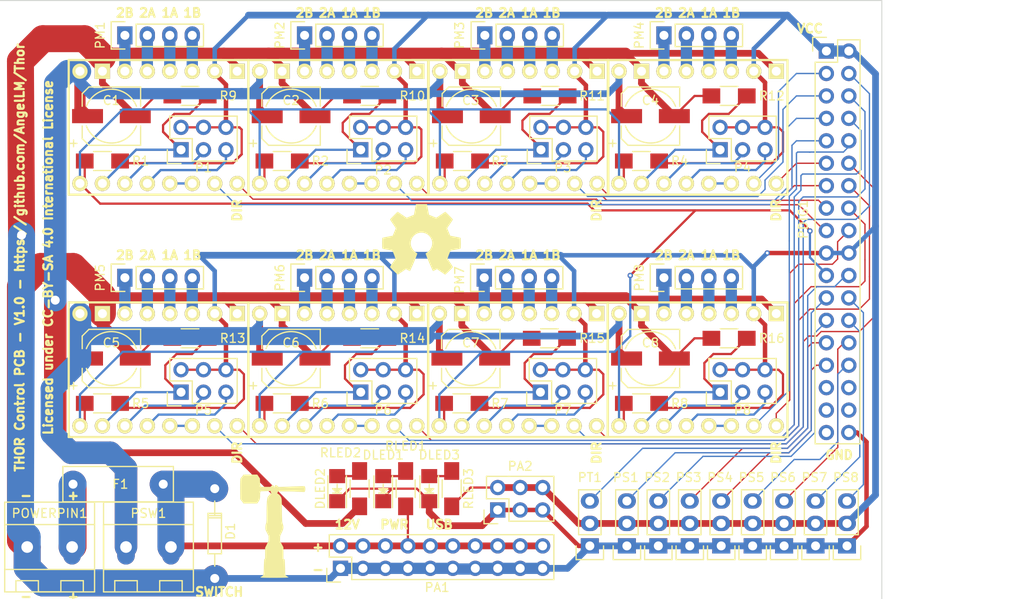
<source format=kicad_pcb>
(kicad_pcb (version 4) (host pcbnew 4.0.4+e1-6308~48~ubuntu15.10.1-stable)
  (layers (0 F.Cu signal) (31 B.Cu signal) (34 B.Paste user hide) (35 F.Paste user hide) (36 B.SilkS user hide) (37 F.SilkS user hide) (38 B.Mask user hide) (39 F.Mask user hide) (44 Edge.Cuts user hide))
  (net 0 "")
  (net 1 GND)
  (net 2 +12V)
  (net 3 VDD)
  (net 4 "Net-(DLED1-Pad2)")
  (net 5 "Net-(DLED2-Pad2)")
  (net 6 "Net-(DLED3-Pad2)")
  (net 7 VCC)
  (net 8 STEPM1)
  (net 9 STEPM2)
  (net 10 STEPM3)
  (net 11 STEPM4)
  (net 12 STEPM5)
  (net 13 STEPM6)
  (net 14 STEPM7)
  (net 15 STEPM8)
  (net 16 DIRM1)
  (net 17 DIRM2)
  (net 18 DIRM3)
  (net 19 DIRM4)
  (net 20 DIRM5)
  (net 21 DIRM6)
  (net 22 DIRM7)
  (net 23 DIRM8)
  (net 24 ENABLEM)
  (net 25 STOOL)
  (net 26 SOPTO1)
  (net 27 SOPTO2)
  (net 28 SOPTO3)
  (net 29 SOPTO4)
  (net 30 SOPTO5)
  (net 31 SOPTO6)
  (net 32 SOPTO7)
  (net 33 SOPTO8)
  (net 34 "Net-(PDIG1-Pad31)")
  (net 35 "Net-(PDIG1-Pad32)")
  (net 36 "Net-(PDIG1-Pad33)")
  (net 37 "Net-(PDIG1-Pad34)")
  (net 38 2BM1)
  (net 39 2AM1)
  (net 40 1AM1)
  (net 41 1BM1)
  (net 42 2BM2)
  (net 43 2AM2)
  (net 44 1AM2)
  (net 45 1BM2)
  (net 46 2BM3)
  (net 47 2AM3)
  (net 48 1AM3)
  (net 49 1BM3)
  (net 50 2BM4)
  (net 51 2AM4)
  (net 52 1AM4)
  (net 53 1BM4)
  (net 54 2BM5)
  (net 55 2AM5)
  (net 56 1AM5)
  (net 57 1BM5)
  (net 58 2BM6)
  (net 59 2AM6)
  (net 60 1AM6)
  (net 61 1BM6)
  (net 62 2BM7)
  (net 63 2AM7)
  (net 64 1AM7)
  (net 65 1BM7)
  (net 66 2BM8)
  (net 67 2AM8)
  (net 68 1AM8)
  (net 69 1BM8)
  (net 70 "Net-(U1-Pad13)")
  (net 71 "Net-(U2-Pad13)")
  (net 72 "Net-(U3-Pad13)")
  (net 73 "Net-(U4-Pad13)")
  (net 74 "Net-(U5-Pad13)")
  (net 75 "Net-(U6-Pad13)")
  (net 76 "Net-(U7-Pad13)")
  (net 77 "Net-(U8-Pad13)")
  (net 78 "Net-(P1-Pad1)")
  (net 79 "Net-(P1-Pad3)")
  (net 80 "Net-(P1-Pad5)")
  (net 81 "Net-(P2-Pad1)")
  (net 82 "Net-(P2-Pad3)")
  (net 83 "Net-(P2-Pad5)")
  (net 84 "Net-(P3-Pad1)")
  (net 85 "Net-(P3-Pad3)")
  (net 86 "Net-(P3-Pad5)")
  (net 87 "Net-(P4-Pad1)")
  (net 88 "Net-(P4-Pad3)")
  (net 89 "Net-(P4-Pad5)")
  (net 90 "Net-(P5-Pad1)")
  (net 91 "Net-(P5-Pad3)")
  (net 92 "Net-(P5-Pad5)")
  (net 93 "Net-(P6-Pad1)")
  (net 94 "Net-(P6-Pad3)")
  (net 95 "Net-(P6-Pad5)")
  (net 96 "Net-(P7-Pad1)")
  (net 97 "Net-(P7-Pad3)")
  (net 98 "Net-(P7-Pad5)")
  (net 99 "Net-(P8-Pad1)")
  (net 100 "Net-(P8-Pad3)")
  (net 101 "Net-(P8-Pad5)")
  (net 102 "Net-(PDIG1-Pad35)")
  (net 103 "Net-(F1-Pad2)")
  (module Fuse_TE5_Littlefuse-395Series (layer F.Cu) (at 104.902 126.746 180)
    (fp_text reference F1 (at -0.254 0 180) (layer F.SilkS))
    (fp_text value F_Small hide)
    (pad 1 thru_hole circle (at -5.1 0 180) (size 1.7272 1.7272) (drill 1.016) (layers *.Cu *.Mask) (net 3 VDD))
    (pad 2 thru_hole circle (at 5.1 0 180) (size 1.7272 1.7272) (drill 1.016) (layers *.Cu *.Mask) (net 103 "Net-(F1-Pad2)"))
  )
  (module Diodes_ThroughHole:Diode_DO-35_SOD27_Horizontal_RM10 (layer F.Cu) (at 115.824 127.254 270)
    (fp_text reference D1 (at 4.826 -1.778 270) (layer F.SilkS))
    (fp_text value D_Small hide)
    (pad 2 thru_hole circle (at 10.16052 -0.00254 90) (size 1.7272 1.7272) (drill 1.016) (layers *.Cu *.Mask) (net 1 GND))
    (pad 1 thru_hole rect (at 0.00052 -0.00254 90) (size 1.7272 1.7272) (drill 1.016) (layers *.Cu *.Mask) (net 3 VDD))
  )
  (module Symbols:OSHW-Symbol_8.9x8mm_SilkScreen (layer F.Cu) (at 139.192 99.06)
    (fp_text reference REF*** hide)
    (fp_text value OSHW-Symbol_8.9x8mm_SilkScreen hide)
  )
  (module Mounting_Holes:MountingHole_2.2mm_M2 (layer F.Cu) (at 102.997 97.917)
    (fp_text reference REF** hide)
    (fp_text value MountingHole_2.2mm_M2 hide)
    (pad 1 np_thru_hole circle (at 0 0) (size 2.2 2.2) (drill 2.2) (layers *.Cu *.Mask))
  )
  (module Mounting_Holes:MountingHole_2.2mm_M2 (layer F.Cu) (at 187.452 137.287)
    (fp_text reference REF** hide)
    (fp_text value MountingHole_2.2mm_M2 hide)
    (pad 1 np_thru_hole circle (at 0 0) (size 2.2 2.2) (drill 2.2) (layers *.Cu *.Mask))
  )
  (module Molex2:Conn2 (layer F.Cu) (at 99.695 133.858 180)
    (fp_text reference POWERPIN1 (at 2.54 3.81 180) (layer F.SilkS))
    (fp_text value CONN_01X02 hide)
    (pad 2 thru_hole oval (at 0 0 180) (size 1.9812 3.9624) (drill 1.3208) (layers *.Cu F.Paste F.Mask) (net 103 "Net-(F1-Pad2)"))
    (pad 1 thru_hole oval (at 5.08 0 180) (size 1.9812 3.9624) (drill 1.3208) (layers *.Cu F.Paste F.Mask) (net 1 GND))
  )
  (module Pin_Headers:Pin_Header_Straight_2x18 (layer F.Cu) (at 184.992 77.724)
    (fp_text reference PDIG1 (at -2.62 19.05 90) (layer F.SilkS))
    (fp_text value CONN_02X18 hide)
    (pad 1 thru_hole rect (at 0 0) (size 1.7272 1.7272) (drill 1.016) (layers *.Cu *.Mask) (net 7 VCC))
    (pad 2 thru_hole oval (at 2.54 0) (size 1.7272 1.7272) (drill 1.016) (layers *.Cu *.Mask) (net 7 VCC))
    (pad 3 thru_hole oval (at 0 2.54) (size 1.7272 1.7272) (drill 1.016) (layers *.Cu *.Mask) (net 11 STEPM4))
    (pad 4 thru_hole oval (at 2.54 2.54) (size 1.7272 1.7272) (drill 1.016) (layers *.Cu *.Mask) (net 12 STEPM5))
    (pad 5 thru_hole oval (at 0 5.08) (size 1.7272 1.7272) (drill 1.016) (layers *.Cu *.Mask) (net 10 STEPM3))
    (pad 6 thru_hole oval (at 2.54 5.08) (size 1.7272 1.7272) (drill 1.016) (layers *.Cu *.Mask) (net 13 STEPM6))
    (pad 7 thru_hole oval (at 0 7.62) (size 1.7272 1.7272) (drill 1.016) (layers *.Cu *.Mask) (net 9 STEPM2))
    (pad 8 thru_hole oval (at 2.54 7.62) (size 1.7272 1.7272) (drill 1.016) (layers *.Cu *.Mask) (net 14 STEPM7))
    (pad 9 thru_hole oval (at 0 10.16) (size 1.7272 1.7272) (drill 1.016) (layers *.Cu *.Mask) (net 8 STEPM1))
    (pad 10 thru_hole oval (at 2.54 10.16) (size 1.7272 1.7272) (drill 1.016) (layers *.Cu *.Mask) (net 15 STEPM8))
    (pad 11 thru_hole oval (at 0 12.7) (size 1.7272 1.7272) (drill 1.016) (layers *.Cu *.Mask) (net 19 DIRM4))
    (pad 12 thru_hole oval (at 2.54 12.7) (size 1.7272 1.7272) (drill 1.016) (layers *.Cu *.Mask) (net 20 DIRM5))
    (pad 13 thru_hole oval (at 0 15.24) (size 1.7272 1.7272) (drill 1.016) (layers *.Cu *.Mask) (net 18 DIRM3))
    (pad 14 thru_hole oval (at 2.54 15.24) (size 1.7272 1.7272) (drill 1.016) (layers *.Cu *.Mask) (net 21 DIRM6))
    (pad 15 thru_hole oval (at 0 17.78) (size 1.7272 1.7272) (drill 1.016) (layers *.Cu *.Mask) (net 17 DIRM2))
    (pad 16 thru_hole oval (at 2.54 17.78) (size 1.7272 1.7272) (drill 1.016) (layers *.Cu *.Mask) (net 22 DIRM7))
    (pad 17 thru_hole oval (at 0 20.32) (size 1.7272 1.7272) (drill 1.016) (layers *.Cu *.Mask) (net 16 DIRM1))
    (pad 18 thru_hole oval (at 2.54 20.32) (size 1.7272 1.7272) (drill 1.016) (layers *.Cu *.Mask) (net 23 DIRM8))
    (pad 19 thru_hole oval (at 0 22.86) (size 1.7272 1.7272) (drill 1.016) (layers *.Cu *.Mask) (net 7 VCC))
    (pad 20 thru_hole oval (at 2.54 22.86) (size 1.7272 1.7272) (drill 1.016) (layers *.Cu *.Mask) (net 7 VCC))
    (pad 21 thru_hole oval (at 0 25.4) (size 1.7272 1.7272) (drill 1.016) (layers *.Cu *.Mask) (net 24 ENABLEM))
    (pad 22 thru_hole oval (at 2.54 25.4) (size 1.7272 1.7272) (drill 1.016) (layers *.Cu *.Mask) (net 25 STOOL))
    (pad 23 thru_hole oval (at 0 27.94) (size 1.7272 1.7272) (drill 1.016) (layers *.Cu *.Mask) (net 26 SOPTO1))
    (pad 24 thru_hole oval (at 2.54 27.94) (size 1.7272 1.7272) (drill 1.016) (layers *.Cu *.Mask) (net 33 SOPTO8))
    (pad 25 thru_hole oval (at 0 30.48) (size 1.7272 1.7272) (drill 1.016) (layers *.Cu *.Mask) (net 27 SOPTO2))
    (pad 26 thru_hole oval (at 2.54 30.48) (size 1.7272 1.7272) (drill 1.016) (layers *.Cu *.Mask) (net 32 SOPTO7))
    (pad 27 thru_hole oval (at 0 33.02) (size 1.7272 1.7272) (drill 1.016) (layers *.Cu *.Mask) (net 28 SOPTO3))
    (pad 28 thru_hole oval (at 2.54 33.02) (size 1.7272 1.7272) (drill 1.016) (layers *.Cu *.Mask) (net 31 SOPTO6))
    (pad 29 thru_hole oval (at 0 35.56) (size 1.7272 1.7272) (drill 1.016) (layers *.Cu *.Mask) (net 29 SOPTO4))
    (pad 30 thru_hole oval (at 2.54 35.56) (size 1.7272 1.7272) (drill 1.016) (layers *.Cu *.Mask) (net 30 SOPTO5))
    (pad 31 thru_hole oval (at 0 38.1) (size 1.7272 1.7272) (drill 1.016) (layers *.Cu *.Mask) (net 34 "Net-(PDIG1-Pad31)"))
    (pad 32 thru_hole oval (at 2.54 38.1) (size 1.7272 1.7272) (drill 1.016) (layers *.Cu *.Mask) (net 35 "Net-(PDIG1-Pad32)"))
    (pad 33 thru_hole oval (at 0 40.64) (size 1.7272 1.7272) (drill 1.016) (layers *.Cu *.Mask) (net 36 "Net-(PDIG1-Pad33)"))
    (pad 34 thru_hole oval (at 2.54 40.64) (size 1.7272 1.7272) (drill 1.016) (layers *.Cu *.Mask) (net 37 "Net-(PDIG1-Pad34)"))
    (pad 35 thru_hole oval (at 0 43.18) (size 1.7272 1.7272) (drill 1.016) (layers *.Cu *.Mask) (net 102 "Net-(PDIG1-Pad35)"))
    (pad 36 thru_hole oval (at 2.54 43.18) (size 1.7272 1.7272) (drill 1.016) (layers *.Cu *.Mask) (net 1 GND))
  )
  (module Pin_Headers:Pin_Header_Straight_2x03 (layer F.Cu) (at 152.654 116.332 90)
    (fp_text reference P7 (at -2.032 2.54 180) (layer F.SilkS))
    (fp_text value CONN_02X03)
    (pad 5 thru_hole rect (at 0 0 90) (size 1.7272 1.7272) (drill 1.016) (layers *.Cu *.Mask) (net 98 "Net-(P7-Pad5)"))
    (pad 2 thru_hole oval (at 2.54 0 90) (size 1.7272 1.7272) (drill 1.016) (layers *.Cu *.Mask) (net 7 VCC))
    (pad 3 thru_hole oval (at 0 2.54 90) (size 1.7272 1.7272) (drill 1.016) (layers *.Cu *.Mask) (net 97 "Net-(P7-Pad3)"))
    (pad 4 thru_hole oval (at 2.54 2.54 90) (size 1.7272 1.7272) (drill 1.016) (layers *.Cu *.Mask) (net 7 VCC))
    (pad 1 thru_hole oval (at 0 5.08 90) (size 1.7272 1.7272) (drill 1.016) (layers *.Cu *.Mask) (net 96 "Net-(P7-Pad1)"))
    (pad 6 thru_hole oval (at 2.54 5.08 90) (size 1.7272 1.7272) (drill 1.016) (layers *.Cu *.Mask) (net 7 VCC))
  )
  (module Pin_Headers:Pin_Header_Straight_2x03 (layer F.Cu) (at 112.014 116.332 90)
    (fp_text reference P5 (at -2.032 2.54 180) (layer F.SilkS))
    (fp_text value CONN_02X03 hide)
    (pad 5 thru_hole rect (at 0 0 90) (size 1.7272 1.7272) (drill 1.016) (layers *.Cu *.Mask) (net 92 "Net-(P5-Pad5)"))
    (pad 2 thru_hole oval (at 2.54 0 90) (size 1.7272 1.7272) (drill 1.016) (layers *.Cu *.Mask) (net 7 VCC))
    (pad 3 thru_hole oval (at 0 2.54 90) (size 1.7272 1.7272) (drill 1.016) (layers *.Cu *.Mask) (net 91 "Net-(P5-Pad3)"))
    (pad 4 thru_hole oval (at 2.54 2.54 90) (size 1.7272 1.7272) (drill 1.016) (layers *.Cu *.Mask) (net 7 VCC))
    (pad 1 thru_hole oval (at 0 5.08 90) (size 1.7272 1.7272) (drill 1.016) (layers *.Cu *.Mask) (net 90 "Net-(P5-Pad1)"))
    (pad 6 thru_hole oval (at 2.54 5.08 90) (size 1.7272 1.7272) (drill 1.016) (layers *.Cu *.Mask) (net 7 VCC))
  )
  (module Pin_Headers:Pin_Header_Straight_2x03 (layer F.Cu) (at 132.334 116.332 90)
    (fp_text reference P6 (at -2.032 2.54 180) (layer F.SilkS))
    (fp_text value CONN_02X03)
    (pad 5 thru_hole rect (at 0 0 90) (size 1.7272 1.7272) (drill 1.016) (layers *.Cu *.Mask) (net 95 "Net-(P6-Pad5)"))
    (pad 2 thru_hole oval (at 2.54 0 90) (size 1.7272 1.7272) (drill 1.016) (layers *.Cu *.Mask) (net 7 VCC))
    (pad 3 thru_hole oval (at 0 2.54 90) (size 1.7272 1.7272) (drill 1.016) (layers *.Cu *.Mask) (net 94 "Net-(P6-Pad3)"))
    (pad 4 thru_hole oval (at 2.54 2.54 90) (size 1.7272 1.7272) (drill 1.016) (layers *.Cu *.Mask) (net 7 VCC))
    (pad 1 thru_hole oval (at 0 5.08 90) (size 1.7272 1.7272) (drill 1.016) (layers *.Cu *.Mask) (net 93 "Net-(P6-Pad1)"))
    (pad 6 thru_hole oval (at 2.54 5.08 90) (size 1.7272 1.7272) (drill 1.016) (layers *.Cu *.Mask) (net 7 VCC))
  )
  (module Pin_Headers:Pin_Header_Straight_2x03 (layer F.Cu) (at 172.974 116.332 90)
    (fp_text reference P8 (at -2.032 2.54 180) (layer F.SilkS))
    (fp_text value CONN_02X03)
    (pad 5 thru_hole rect (at 0 0 90) (size 1.7272 1.7272) (drill 1.016) (layers *.Cu *.Mask) (net 101 "Net-(P8-Pad5)"))
    (pad 2 thru_hole oval (at 2.54 0 90) (size 1.7272 1.7272) (drill 1.016) (layers *.Cu *.Mask) (net 7 VCC))
    (pad 3 thru_hole oval (at 0 2.54 90) (size 1.7272 1.7272) (drill 1.016) (layers *.Cu *.Mask) (net 100 "Net-(P8-Pad3)"))
    (pad 4 thru_hole oval (at 2.54 2.54 90) (size 1.7272 1.7272) (drill 1.016) (layers *.Cu *.Mask) (net 7 VCC))
    (pad 1 thru_hole oval (at 0 5.08 90) (size 1.7272 1.7272) (drill 1.016) (layers *.Cu *.Mask) (net 99 "Net-(P8-Pad1)"))
    (pad 6 thru_hole oval (at 2.54 5.08 90) (size 1.7272 1.7272) (drill 1.016) (layers *.Cu *.Mask) (net 7 VCC))
  )
  (module Pin_Headers:Pin_Header_Straight_2x03 (layer F.Cu) (at 172.974 88.9 90)
    (fp_text reference P4 (at -2.032 2.54 180) (layer F.SilkS))
    (fp_text value CONN_02X03)
    (pad 5 thru_hole rect (at 0 0 90) (size 1.7272 1.7272) (drill 1.016) (layers *.Cu *.Mask) (net 89 "Net-(P4-Pad5)"))
    (pad 2 thru_hole oval (at 2.54 0 90) (size 1.7272 1.7272) (drill 1.016) (layers *.Cu *.Mask) (net 7 VCC))
    (pad 3 thru_hole oval (at 0 2.54 90) (size 1.7272 1.7272) (drill 1.016) (layers *.Cu *.Mask) (net 88 "Net-(P4-Pad3)"))
    (pad 4 thru_hole oval (at 2.54 2.54 90) (size 1.7272 1.7272) (drill 1.016) (layers *.Cu *.Mask) (net 7 VCC))
    (pad 1 thru_hole oval (at 0 5.08 90) (size 1.7272 1.7272) (drill 1.016) (layers *.Cu *.Mask) (net 87 "Net-(P4-Pad1)"))
    (pad 6 thru_hole oval (at 2.54 5.08 90) (size 1.7272 1.7272) (drill 1.016) (layers *.Cu *.Mask) (net 7 VCC))
  )
  (module Pin_Headers:Pin_Header_Straight_2x03 (layer F.Cu) (at 152.7175 88.9 90)
    (fp_text reference P3 (at -2.032 2.4765 180) (layer F.SilkS))
    (fp_text value CONN_02X03)
    (pad 5 thru_hole rect (at 0 0 90) (size 1.7272 1.7272) (drill 1.016) (layers *.Cu *.Mask) (net 86 "Net-(P3-Pad5)"))
    (pad 2 thru_hole oval (at 2.54 0 90) (size 1.7272 1.7272) (drill 1.016) (layers *.Cu *.Mask) (net 7 VCC))
    (pad 3 thru_hole oval (at 0 2.54 90) (size 1.7272 1.7272) (drill 1.016) (layers *.Cu *.Mask) (net 85 "Net-(P3-Pad3)"))
    (pad 4 thru_hole oval (at 2.54 2.54 90) (size 1.7272 1.7272) (drill 1.016) (layers *.Cu *.Mask) (net 7 VCC))
    (pad 1 thru_hole oval (at 0 5.08 90) (size 1.7272 1.7272) (drill 1.016) (layers *.Cu *.Mask) (net 84 "Net-(P3-Pad1)"))
    (pad 6 thru_hole oval (at 2.54 5.08 90) (size 1.7272 1.7272) (drill 1.016) (layers *.Cu *.Mask) (net 7 VCC))
  )
  (module Pin_Headers:Pin_Header_Straight_2x03 (layer F.Cu) (at 132.334 88.9 90)
    (fp_text reference P2 (at -2.286 2.54 180) (layer F.SilkS))
    (fp_text value CONN_02X03)
    (pad 5 thru_hole rect (at 0 0 90) (size 1.7272 1.7272) (drill 1.016) (layers *.Cu *.Mask) (net 83 "Net-(P2-Pad5)"))
    (pad 2 thru_hole oval (at 2.54 0 90) (size 1.7272 1.7272) (drill 1.016) (layers *.Cu *.Mask) (net 7 VCC))
    (pad 3 thru_hole oval (at 0 2.54 90) (size 1.7272 1.7272) (drill 1.016) (layers *.Cu *.Mask) (net 82 "Net-(P2-Pad3)"))
    (pad 4 thru_hole oval (at 2.54 2.54 90) (size 1.7272 1.7272) (drill 1.016) (layers *.Cu *.Mask) (net 7 VCC))
    (pad 1 thru_hole oval (at 0 5.08 90) (size 1.7272 1.7272) (drill 1.016) (layers *.Cu *.Mask) (net 81 "Net-(P2-Pad1)"))
    (pad 6 thru_hole oval (at 2.54 5.08 90) (size 1.7272 1.7272) (drill 1.016) (layers *.Cu *.Mask) (net 7 VCC))
  )
  (module Pin_Headers:Pin_Header_Straight_2x03 (layer F.Cu) (at 112.014 88.9 90)
    (fp_text reference P1 (at -2.032 2.54 180) (layer F.SilkS))
    (fp_text value CONN_02X03)
    (pad 5 thru_hole rect (at 0 0 90) (size 1.7272 1.7272) (drill 1.016) (layers *.Cu *.Mask) (net 80 "Net-(P1-Pad5)"))
    (pad 2 thru_hole oval (at 2.54 0 90) (size 1.7272 1.7272) (drill 1.016) (layers *.Cu *.Mask) (net 7 VCC))
    (pad 3 thru_hole oval (at 0 2.54 90) (size 1.7272 1.7272) (drill 1.016) (layers *.Cu *.Mask) (net 79 "Net-(P1-Pad3)"))
    (pad 4 thru_hole oval (at 2.54 2.54 90) (size 1.7272 1.7272) (drill 1.016) (layers *.Cu *.Mask) (net 7 VCC))
    (pad 1 thru_hole oval (at 0 5.08 90) (size 1.7272 1.7272) (drill 1.016) (layers *.Cu *.Mask) (net 78 "Net-(P1-Pad1)"))
    (pad 6 thru_hole oval (at 2.54 5.08 90) (size 1.7272 1.7272) (drill 1.016) (layers *.Cu *.Mask) (net 7 VCC))
  )
  (module Pin_Headers:Pin_Header_Straight_2x10 (layer F.Cu) (at 130.048 136.271 90)
    (fp_text reference PA1 (at -2.159 10.922 180) (layer F.SilkS))
    (fp_text value AUX12V hide)
    (pad 1 thru_hole rect (at 0 0 90) (size 1.7272 1.7272) (drill 1.016) (layers *.Cu *.Mask) (net 1 GND))
    (pad 2 thru_hole oval (at 2.54 0 90) (size 1.7272 1.7272) (drill 1.016) (layers *.Cu *.Mask) (net 3 VDD))
    (pad 3 thru_hole oval (at 0 2.54 90) (size 1.7272 1.7272) (drill 1.016) (layers *.Cu *.Mask) (net 1 GND))
    (pad 4 thru_hole oval (at 2.54 2.54 90) (size 1.7272 1.7272) (drill 1.016) (layers *.Cu *.Mask) (net 3 VDD))
    (pad 5 thru_hole oval (at 0 5.08 90) (size 1.7272 1.7272) (drill 1.016) (layers *.Cu *.Mask) (net 1 GND))
    (pad 6 thru_hole oval (at 2.54 5.08 90) (size 1.7272 1.7272) (drill 1.016) (layers *.Cu *.Mask) (net 3 VDD))
    (pad 7 thru_hole oval (at 0 7.62 90) (size 1.7272 1.7272) (drill 1.016) (layers *.Cu *.Mask) (net 1 GND))
    (pad 8 thru_hole oval (at 2.54 7.62 90) (size 1.7272 1.7272) (drill 1.016) (layers *.Cu *.Mask) (net 3 VDD))
    (pad 9 thru_hole oval (at 0 10.16 90) (size 1.7272 1.7272) (drill 1.016) (layers *.Cu *.Mask) (net 1 GND))
    (pad 10 thru_hole oval (at 2.54 10.16 90) (size 1.7272 1.7272) (drill 1.016) (layers *.Cu *.Mask) (net 3 VDD))
    (pad 11 thru_hole oval (at 0 12.7 90) (size 1.7272 1.7272) (drill 1.016) (layers *.Cu *.Mask) (net 1 GND))
    (pad 12 thru_hole oval (at 2.54 12.7 90) (size 1.7272 1.7272) (drill 1.016) (layers *.Cu *.Mask) (net 3 VDD))
    (pad 13 thru_hole oval (at 0 15.24 90) (size 1.7272 1.7272) (drill 1.016) (layers *.Cu *.Mask) (net 1 GND))
    (pad 14 thru_hole oval (at 2.54 15.24 90) (size 1.7272 1.7272) (drill 1.016) (layers *.Cu *.Mask) (net 3 VDD))
    (pad 15 thru_hole oval (at 0 17.78 90) (size 1.7272 1.7272) (drill 1.016) (layers *.Cu *.Mask) (net 1 GND))
    (pad 16 thru_hole oval (at 2.54 17.78 90) (size 1.7272 1.7272) (drill 1.016) (layers *.Cu *.Mask) (net 3 VDD))
    (pad 17 thru_hole oval (at 0 20.32 90) (size 1.7272 1.7272) (drill 1.016) (layers *.Cu *.Mask) (net 1 GND))
    (pad 18 thru_hole oval (at 2.54 20.32 90) (size 1.7272 1.7272) (drill 1.016) (layers *.Cu *.Mask) (net 3 VDD))
    (pad 19 thru_hole oval (at 0 22.86 90) (size 1.7272 1.7272) (drill 1.016) (layers *.Cu *.Mask) (net 1 GND))
    (pad 20 thru_hole oval (at 2.54 22.86 90) (size 1.7272 1.7272) (drill 1.016) (layers *.Cu *.Mask) (net 3 VDD))
  )
  (module Pin_Headers:Pin_Header_Straight_2x03 (layer F.Cu) (at 147.828 129.667 90)
    (fp_text reference PA2 (at 4.953 2.54 180) (layer F.SilkS))
    (fp_text value AUX5V hide)
    (pad 1 thru_hole rect (at 0 0 90) (size 1.7272 1.7272) (drill 1.016) (layers *.Cu *.Mask) (net 1 GND))
    (pad 2 thru_hole oval (at 2.54 0 90) (size 1.7272 1.7272) (drill 1.016) (layers *.Cu *.Mask) (net 7 VCC))
    (pad 3 thru_hole oval (at 0 2.54 90) (size 1.7272 1.7272) (drill 1.016) (layers *.Cu *.Mask) (net 1 GND))
    (pad 4 thru_hole oval (at 2.54 2.54 90) (size 1.7272 1.7272) (drill 1.016) (layers *.Cu *.Mask) (net 7 VCC))
    (pad 5 thru_hole oval (at 0 5.08 90) (size 1.7272 1.7272) (drill 1.016) (layers *.Cu *.Mask) (net 1 GND))
    (pad 6 thru_hole oval (at 2.54 5.08 90) (size 1.7272 1.7272) (drill 1.016) (layers *.Cu *.Mask) (net 7 VCC))
  )
  (module Pin_Headers:Pin_Header_Straight_1x04 (layer F.Cu) (at 105.664 75.946 90)
    (fp_text reference PM1 (at 0 -2.794 90) (layer F.SilkS))
    (fp_text value CONN_01X04 hide)
    (pad 1 thru_hole rect (at 0 0 90) (size 2.032 1.7272) (drill 1.016) (layers *.Cu *.Mask) (net 38 2BM1))
    (pad 2 thru_hole oval (at 0 2.54 90) (size 2.032 1.7272) (drill 1.016) (layers *.Cu *.Mask) (net 39 2AM1))
    (pad 3 thru_hole oval (at 0 5.08 90) (size 2.032 1.7272) (drill 1.016) (layers *.Cu *.Mask) (net 40 1AM1))
    (pad 4 thru_hole oval (at 0 7.62 90) (size 2.032 1.7272) (drill 1.016) (layers *.Cu *.Mask) (net 41 1BM1))
  )
  (module Pin_Headers:Pin_Header_Straight_1x04 (layer F.Cu) (at 125.984 75.946 90)
    (fp_text reference PM2 (at 0 -2.794 90) (layer F.SilkS))
    (fp_text value CONN_01X04 hide)
    (pad 1 thru_hole rect (at 0 0 90) (size 2.032 1.7272) (drill 1.016) (layers *.Cu *.Mask) (net 42 2BM2))
    (pad 2 thru_hole oval (at 0 2.54 90) (size 2.032 1.7272) (drill 1.016) (layers *.Cu *.Mask) (net 43 2AM2))
    (pad 3 thru_hole oval (at 0 5.08 90) (size 2.032 1.7272) (drill 1.016) (layers *.Cu *.Mask) (net 44 1AM2))
    (pad 4 thru_hole oval (at 0 7.62 90) (size 2.032 1.7272) (drill 1.016) (layers *.Cu *.Mask) (net 45 1BM2))
  )
  (module Pin_Headers:Pin_Header_Straight_1x04 (layer F.Cu) (at 146.3675 75.946 90)
    (fp_text reference PM3 (at 0 -2.8575 90) (layer F.SilkS))
    (fp_text value CONN_01X04 hide)
    (pad 1 thru_hole rect (at 0 0 90) (size 2.032 1.7272) (drill 1.016) (layers *.Cu *.Mask) (net 46 2BM3))
    (pad 2 thru_hole oval (at 0 2.54 90) (size 2.032 1.7272) (drill 1.016) (layers *.Cu *.Mask) (net 47 2AM3))
    (pad 3 thru_hole oval (at 0 5.08 90) (size 2.032 1.7272) (drill 1.016) (layers *.Cu *.Mask) (net 48 1AM3))
    (pad 4 thru_hole oval (at 0 7.62 90) (size 2.032 1.7272) (drill 1.016) (layers *.Cu *.Mask) (net 49 1BM3))
  )
  (module Pin_Headers:Pin_Header_Straight_1x04 (layer F.Cu) (at 166.624 75.946 90)
    (fp_text reference PM4 (at 0 -2.794 90) (layer F.SilkS))
    (fp_text value CONN_01X04 hide)
    (pad 1 thru_hole rect (at 0 0 90) (size 2.032 1.7272) (drill 1.016) (layers *.Cu *.Mask) (net 50 2BM4))
    (pad 2 thru_hole oval (at 0 2.54 90) (size 2.032 1.7272) (drill 1.016) (layers *.Cu *.Mask) (net 51 2AM4))
    (pad 3 thru_hole oval (at 0 5.08 90) (size 2.032 1.7272) (drill 1.016) (layers *.Cu *.Mask) (net 52 1AM4))
    (pad 4 thru_hole oval (at 0 7.62 90) (size 2.032 1.7272) (drill 1.016) (layers *.Cu *.Mask) (net 53 1BM4))
  )
  (module Pin_Headers:Pin_Header_Straight_1x04 (layer F.Cu) (at 105.664 103.378 90)
    (fp_text reference PM5 (at 0 -2.794 90) (layer F.SilkS))
    (fp_text value CONN_01X04 hide)
    (pad 1 thru_hole rect (at 0 0 90) (size 2.032 1.7272) (drill 1.016) (layers *.Cu *.Mask) (net 54 2BM5))
    (pad 2 thru_hole oval (at 0 2.54 90) (size 2.032 1.7272) (drill 1.016) (layers *.Cu *.Mask) (net 55 2AM5))
    (pad 3 thru_hole oval (at 0 5.08 90) (size 2.032 1.7272) (drill 1.016) (layers *.Cu *.Mask) (net 56 1AM5))
    (pad 4 thru_hole oval (at 0 7.62 90) (size 2.032 1.7272) (drill 1.016) (layers *.Cu *.Mask) (net 57 1BM5))
  )
  (module Pin_Headers:Pin_Header_Straight_1x04 (layer F.Cu) (at 125.984 103.378 90)
    (fp_text reference PM6 (at 0 -2.794 90) (layer F.SilkS))
    (fp_text value CONN_01X04 hide)
    (pad 1 thru_hole rect (at 0 0 90) (size 2.032 1.7272) (drill 1.016) (layers *.Cu *.Mask) (net 58 2BM6))
    (pad 2 thru_hole oval (at 0 2.54 90) (size 2.032 1.7272) (drill 1.016) (layers *.Cu *.Mask) (net 59 2AM6))
    (pad 3 thru_hole oval (at 0 5.08 90) (size 2.032 1.7272) (drill 1.016) (layers *.Cu *.Mask) (net 60 1AM6))
    (pad 4 thru_hole oval (at 0 7.62 90) (size 2.032 1.7272) (drill 1.016) (layers *.Cu *.Mask) (net 61 1BM6))
  )
  (module Pin_Headers:Pin_Header_Straight_1x04 (layer F.Cu) (at 146.304 103.378 90)
    (fp_text reference PM7 (at -0.254 -2.794 90) (layer F.SilkS))
    (fp_text value CONN_01X04 hide)
    (pad 1 thru_hole rect (at 0 0 90) (size 2.032 1.7272) (drill 1.016) (layers *.Cu *.Mask) (net 62 2BM7))
    (pad 2 thru_hole oval (at 0 2.54 90) (size 2.032 1.7272) (drill 1.016) (layers *.Cu *.Mask) (net 63 2AM7))
    (pad 3 thru_hole oval (at 0 5.08 90) (size 2.032 1.7272) (drill 1.016) (layers *.Cu *.Mask) (net 64 1AM7))
    (pad 4 thru_hole oval (at 0 7.62 90) (size 2.032 1.7272) (drill 1.016) (layers *.Cu *.Mask) (net 65 1BM7))
  )
  (module Pin_Headers:Pin_Header_Straight_1x04 (layer F.Cu) (at 166.624 103.378 90)
    (fp_text reference PM8 (at 0 -2.794 90) (layer F.SilkS))
    (fp_text value CONN_01X04 hide)
    (pad 1 thru_hole rect (at 0 0 90) (size 2.032 1.7272) (drill 1.016) (layers *.Cu *.Mask) (net 66 2BM8))
    (pad 2 thru_hole oval (at 0 2.54 90) (size 2.032 1.7272) (drill 1.016) (layers *.Cu *.Mask) (net 67 2AM8))
    (pad 3 thru_hole oval (at 0 5.08 90) (size 2.032 1.7272) (drill 1.016) (layers *.Cu *.Mask) (net 68 1AM8))
    (pad 4 thru_hole oval (at 0 7.62 90) (size 2.032 1.7272) (drill 1.016) (layers *.Cu *.Mask) (net 69 1BM8))
  )
  (module Pin_Headers:Pin_Header_Straight_1x03 (layer F.Cu) (at 162.433 133.731 180)
    (fp_text reference PS1 (at 0.127 7.747 180) (layer F.SilkS))
    (fp_text value Opto1 hide)
    (pad 1 thru_hole rect (at 0 0 180) (size 2.032 1.7272) (drill 1.016) (layers *.Cu *.Mask) (net 1 GND))
    (pad 2 thru_hole oval (at 0 2.54 180) (size 2.032 1.7272) (drill 1.016) (layers *.Cu *.Mask) (net 7 VCC))
    (pad 3 thru_hole oval (at 0 5.08 180) (size 2.032 1.7272) (drill 1.016) (layers *.Cu *.Mask) (net 26 SOPTO1))
  )
  (module Pin_Headers:Pin_Header_Straight_1x03 (layer F.Cu) (at 165.989 133.731 180)
    (fp_text reference PS2 (at 0.127 7.747 180) (layer F.SilkS))
    (fp_text value Opto2 hide)
    (pad 1 thru_hole rect (at 0 0 180) (size 2.032 1.7272) (drill 1.016) (layers *.Cu *.Mask) (net 1 GND))
    (pad 2 thru_hole oval (at 0 2.54 180) (size 2.032 1.7272) (drill 1.016) (layers *.Cu *.Mask) (net 7 VCC))
    (pad 3 thru_hole oval (at 0 5.08 180) (size 2.032 1.7272) (drill 1.016) (layers *.Cu *.Mask) (net 27 SOPTO2))
  )
  (module Pin_Headers:Pin_Header_Straight_1x03 (layer F.Cu) (at 169.545 133.731 180)
    (fp_text reference PS3 (at 0.127 7.747 180) (layer F.SilkS))
    (fp_text value Opto3 hide)
    (pad 1 thru_hole rect (at 0 0 180) (size 2.032 1.7272) (drill 1.016) (layers *.Cu *.Mask) (net 1 GND))
    (pad 2 thru_hole oval (at 0 2.54 180) (size 2.032 1.7272) (drill 1.016) (layers *.Cu *.Mask) (net 7 VCC))
    (pad 3 thru_hole oval (at 0 5.08 180) (size 2.032 1.7272) (drill 1.016) (layers *.Cu *.Mask) (net 28 SOPTO3))
  )
  (module Pin_Headers:Pin_Header_Straight_1x03 (layer F.Cu) (at 173.101 133.731 180)
    (fp_text reference PS4 (at 0.127 7.747 180) (layer F.SilkS))
    (fp_text value Opto4 hide)
    (pad 1 thru_hole rect (at 0 0 180) (size 2.032 1.7272) (drill 1.016) (layers *.Cu *.Mask) (net 1 GND))
    (pad 2 thru_hole oval (at 0 2.54 180) (size 2.032 1.7272) (drill 1.016) (layers *.Cu *.Mask) (net 7 VCC))
    (pad 3 thru_hole oval (at 0 5.08 180) (size 2.032 1.7272) (drill 1.016) (layers *.Cu *.Mask) (net 29 SOPTO4))
  )
  (module Pin_Headers:Pin_Header_Straight_1x03 (layer F.Cu) (at 176.657 133.731 180)
    (fp_text reference PS5 (at 0.127 7.747 180) (layer F.SilkS))
    (fp_text value Opto5 hide)
    (pad 1 thru_hole rect (at 0 0 180) (size 2.032 1.7272) (drill 1.016) (layers *.Cu *.Mask) (net 1 GND))
    (pad 2 thru_hole oval (at 0 2.54 180) (size 2.032 1.7272) (drill 1.016) (layers *.Cu *.Mask) (net 7 VCC))
    (pad 3 thru_hole oval (at 0 5.08 180) (size 2.032 1.7272) (drill 1.016) (layers *.Cu *.Mask) (net 30 SOPTO5))
  )
  (module Pin_Headers:Pin_Header_Straight_1x03 (layer F.Cu) (at 180.213 133.731 180)
    (fp_text reference PS6 (at 0.127 7.747 180) (layer F.SilkS))
    (fp_text value Opto6 hide)
    (pad 1 thru_hole rect (at 0 0 180) (size 2.032 1.7272) (drill 1.016) (layers *.Cu *.Mask) (net 1 GND))
    (pad 2 thru_hole oval (at 0 2.54 180) (size 2.032 1.7272) (drill 1.016) (layers *.Cu *.Mask) (net 7 VCC))
    (pad 3 thru_hole oval (at 0 5.08 180) (size 2.032 1.7272) (drill 1.016) (layers *.Cu *.Mask) (net 31 SOPTO6))
  )
  (module Pin_Headers:Pin_Header_Straight_1x03 (layer F.Cu) (at 183.769 133.731 180)
    (fp_text reference PS7 (at 0.127 7.747 180) (layer F.SilkS))
    (fp_text value Opto7 hide)
    (pad 1 thru_hole rect (at 0 0 180) (size 2.032 1.7272) (drill 1.016) (layers *.Cu *.Mask) (net 1 GND))
    (pad 2 thru_hole oval (at 0 2.54 180) (size 2.032 1.7272) (drill 1.016) (layers *.Cu *.Mask) (net 7 VCC))
    (pad 3 thru_hole oval (at 0 5.08 180) (size 2.032 1.7272) (drill 1.016) (layers *.Cu *.Mask) (net 32 SOPTO7))
  )
  (module Pin_Headers:Pin_Header_Straight_1x03 (layer F.Cu) (at 187.325 133.731 180)
    (fp_text reference PS8 (at 0.127 7.747 180) (layer F.SilkS))
    (fp_text value Opto8 hide)
    (pad 1 thru_hole rect (at 0 0 180) (size 2.032 1.7272) (drill 1.016) (layers *.Cu *.Mask) (net 1 GND))
    (pad 2 thru_hole oval (at 0 2.54 180) (size 2.032 1.7272) (drill 1.016) (layers *.Cu *.Mask) (net 7 VCC))
    (pad 3 thru_hole oval (at 0 5.08 180) (size 2.032 1.7272) (drill 1.016) (layers *.Cu *.Mask) (net 33 SOPTO8))
  )
  (module Pin_Headers:Pin_Header_Straight_1x03 (layer F.Cu) (at 158.242 133.731 180)
    (fp_text reference PT1 (at 0 7.747 180) (layer F.SilkS))
    (fp_text value Tool hide)
    (pad 1 thru_hole rect (at 0 0 180) (size 2.032 1.7272) (drill 1.016) (layers *.Cu *.Mask) (net 1 GND))
    (pad 2 thru_hole oval (at 0 2.54 180) (size 2.032 1.7272) (drill 1.016) (layers *.Cu *.Mask) (net 7 VCC))
    (pad 3 thru_hole oval (at 0 5.08 180) (size 2.032 1.7272) (drill 1.016) (layers *.Cu *.Mask) (net 25 STOOL))
  )
  (module Resistors_SMD:R_1206_HandSoldering (layer F.Cu) (at 142.621 127.254 270)
    (fp_text reference RLED3 (at 0 -1.905 270) (layer F.SilkS))
    (fp_text value 220 hide)
    (pad 1 smd rect (at -2 0 270) (size 2 1.7) (layers F.Cu F.Paste F.Mask) (net 6 "Net-(DLED3-Pad2)"))
    (pad 2 smd rect (at 2 0 270) (size 2 1.7) (layers F.Cu F.Paste F.Mask) (net 7 VCC))
  )
  (module Resistors_SMD:R_1206_HandSoldering (layer F.Cu) (at 132.207 127.254 270)
    (fp_text reference RLED2 (at -4.064 2.159 360) (layer F.SilkS))
    (fp_text value 560 hide)
    (pad 1 smd rect (at -2 0 270) (size 2 1.7) (layers F.Cu F.Paste F.Mask) (net 5 "Net-(DLED2-Pad2)"))
    (pad 2 smd rect (at 2 0 270) (size 2 1.7) (layers F.Cu F.Paste F.Mask) (net 2 +12V))
  )
  (module Resistors_SMD:R_1206_HandSoldering (layer F.Cu) (at 137.414 127.254 270)
    (fp_text reference RLED1 (at -4.826 0 360) (layer F.SilkS))
    (fp_text value 560 hide)
    (pad 1 smd rect (at -2 0 270) (size 2 1.7) (layers F.Cu F.Paste F.Mask) (net 4 "Net-(DLED1-Pad2)"))
    (pad 2 smd rect (at 2 0 270) (size 2 1.7) (layers F.Cu F.Paste F.Mask) (net 3 VDD))
  )
  (module Resistors_SMD:R_1206_HandSoldering (layer F.Cu) (at 164.084 117.602)
    (fp_text reference R8 (at 4.318 0) (layer F.SilkS))
    (fp_text value R)
    (pad 1 smd rect (at -2 0) (size 2 1.7) (layers F.Cu F.Paste F.Mask) (net 24 ENABLEM))
    (pad 2 smd rect (at 2 0) (size 2 1.7) (layers F.Cu F.Paste F.Mask) (net 7 VCC))
  )
  (module Resistors_SMD:R_1206_HandSoldering (layer F.Cu) (at 143.764 117.602)
    (fp_text reference R7 (at 4.318 0) (layer F.SilkS))
    (fp_text value R)
    (pad 1 smd rect (at -2 0) (size 2 1.7) (layers F.Cu F.Paste F.Mask) (net 24 ENABLEM))
    (pad 2 smd rect (at 2 0) (size 2 1.7) (layers F.Cu F.Paste F.Mask) (net 7 VCC))
  )
  (module Resistors_SMD:R_1206_HandSoldering (layer F.Cu) (at 123.444 117.602)
    (fp_text reference R6 (at 4.318 0) (layer F.SilkS))
    (fp_text value R)
    (pad 1 smd rect (at -2 0) (size 2 1.7) (layers F.Cu F.Paste F.Mask) (net 24 ENABLEM))
    (pad 2 smd rect (at 2 0) (size 2 1.7) (layers F.Cu F.Paste F.Mask) (net 7 VCC))
  )
  (module Resistors_SMD:R_1206_HandSoldering (layer F.Cu) (at 103.124 117.602)
    (fp_text reference R5 (at 4.318 0) (layer F.SilkS))
    (fp_text value R hide)
    (pad 1 smd rect (at -2 0) (size 2 1.7) (layers F.Cu F.Paste F.Mask) (net 24 ENABLEM))
    (pad 2 smd rect (at 2 0) (size 2 1.7) (layers F.Cu F.Paste F.Mask) (net 7 VCC))
  )
  (module Resistors_SMD:R_1206_HandSoldering (layer F.Cu) (at 164.084 90.17)
    (fp_text reference R4 (at 4.318 0) (layer F.SilkS))
    (fp_text value R)
    (pad 1 smd rect (at -2 0) (size 2 1.7) (layers F.Cu F.Paste F.Mask) (net 24 ENABLEM))
    (pad 2 smd rect (at 2 0) (size 2 1.7) (layers F.Cu F.Paste F.Mask) (net 7 VCC))
  )
  (module Resistors_SMD:R_1206_HandSoldering (layer F.Cu) (at 143.8275 90.17)
    (fp_text reference R3 (at 4.2545 0) (layer F.SilkS))
    (fp_text value R)
    (pad 1 smd rect (at -2 0) (size 2 1.7) (layers F.Cu F.Paste F.Mask) (net 24 ENABLEM))
    (pad 2 smd rect (at 2 0) (size 2 1.7) (layers F.Cu F.Paste F.Mask) (net 7 VCC))
  )
  (module Resistors_SMD:R_1206_HandSoldering (layer F.Cu) (at 123.444 90.17)
    (fp_text reference R2 (at 4.318 0) (layer F.SilkS))
    (fp_text value R)
    (pad 1 smd rect (at -2 0) (size 2 1.7) (layers F.Cu F.Paste F.Mask) (net 24 ENABLEM))
    (pad 2 smd rect (at 2 0) (size 2 1.7) (layers F.Cu F.Paste F.Mask) (net 7 VCC))
  )
  (module Resistors_SMD:R_1206_HandSoldering (layer F.Cu) (at 103.124 90.17)
    (fp_text reference R1 (at 4.318 0) (layer F.SilkS))
    (fp_text value R)
    (pad 1 smd rect (at -2 0) (size 2 1.7) (layers F.Cu F.Paste F.Mask) (net 24 ENABLEM))
    (pad 2 smd rect (at 2 0) (size 2 1.7) (layers F.Cu F.Paste F.Mask) (net 7 VCC))
  )
  (module LEDs:LED_1206 (layer F.Cu) (at 140.081 127.254 90)
    (fp_text reference DLED3 (at 3.81 1.143 180) (layer F.SilkS))
    (fp_text value LED5V hide)
    (pad 2 smd rect (at 1.41986 0 270) (size 1.59766 1.80086) (layers F.Cu F.Paste F.Mask) (net 6 "Net-(DLED3-Pad2)"))
    (pad 1 smd rect (at -1.41986 0 270) (size 1.59766 1.80086) (layers F.Cu F.Paste F.Mask) (net 1 GND))
  )
  (module LEDs:LED_1206 (layer F.Cu) (at 129.667 127.254 90)
    (fp_text reference DLED2 (at 0 -1.905 90) (layer F.SilkS))
    (fp_text value LED12V hide)
    (pad 2 smd rect (at 1.41986 0 270) (size 1.59766 1.80086) (layers F.Cu F.Paste F.Mask) (net 5 "Net-(DLED2-Pad2)"))
    (pad 1 smd rect (at -1.41986 0 270) (size 1.59766 1.80086) (layers F.Cu F.Paste F.Mask) (net 1 GND))
  )
  (module LEDs:LED_1206 (layer F.Cu) (at 134.874 127.254 90)
    (fp_text reference DLED1 (at 3.81 0 360) (layer F.SilkS))
    (fp_text value LEDFAN hide)
    (pad 2 smd rect (at 1.41986 0 270) (size 1.59766 1.80086) (layers F.Cu F.Paste F.Mask) (net 4 "Net-(DLED1-Pad2)"))
    (pad 1 smd rect (at -1.41986 0 270) (size 1.59766 1.80086) (layers F.Cu F.Paste F.Mask) (net 1 GND))
  )
  (module Capacitors_SMD:c_elec_6.3x5.7 (layer F.Cu) (at 165.1 112.522)
    (fp_text reference C8 (at 0 -1.778) (layer F.SilkS))
    (fp_text value CP1_Small)
    (fp_text user + (at -4.2799 3.0099) (layer F.SilkS))
    (pad 1 smd rect (at -2.7 0 180) (size 3.5 1.6) (layers F.Cu F.Paste F.Mask) (net 2 +12V))
    (pad 2 smd rect (at 2.7 0 180) (size 3.5 1.6) (layers F.Cu F.Paste F.Mask) (net 1 GND))
  )
  (module Capacitors_SMD:c_elec_6.3x5.7 (layer F.Cu) (at 144.78 112.522)
    (fp_text reference C7 (at 0 -1.778) (layer F.SilkS))
    (fp_text value CP1_Small)
    (fp_text user + (at -4.2799 3.0099) (layer F.SilkS))
    (pad 1 smd rect (at -2.7 0 180) (size 3.5 1.6) (layers F.Cu F.Paste F.Mask) (net 2 +12V))
    (pad 2 smd rect (at 2.7 0 180) (size 3.5 1.6) (layers F.Cu F.Paste F.Mask) (net 1 GND))
  )
  (module Capacitors_SMD:c_elec_6.3x5.7 (layer F.Cu) (at 124.46 112.522)
    (fp_text reference C6 (at 0 -1.778) (layer F.SilkS))
    (fp_text value CP1_Small)
    (fp_text user + (at -4.2799 3.0099) (layer F.SilkS))
    (pad 1 smd rect (at -2.7 0 180) (size 3.5 1.6) (layers F.Cu F.Paste F.Mask) (net 2 +12V))
    (pad 2 smd rect (at 2.7 0 180) (size 3.5 1.6) (layers F.Cu F.Paste F.Mask) (net 1 GND))
  )
  (module Capacitors_SMD:c_elec_6.3x5.7 (layer F.Cu) (at 104.14 112.522)
    (fp_text reference C5 (at 0 -1.778) (layer F.SilkS))
    (fp_text value CP1_Small hide)
    (fp_text user + (at -4.2799 3.0099) (layer F.SilkS))
    (pad 1 smd rect (at -2.7 0 180) (size 3.5 1.6) (layers F.Cu F.Paste F.Mask) (net 2 +12V))
    (pad 2 smd rect (at 2.7 0 180) (size 3.5 1.6) (layers F.Cu F.Paste F.Mask) (net 1 GND))
  )
  (module Capacitors_SMD:c_elec_6.3x5.7 (layer F.Cu) (at 165.1 85.09)
    (fp_text reference C4 (at 0 -1.778) (layer F.SilkS))
    (fp_text value CP1_Small)
    (fp_text user + (at -4.2799 3.0099) (layer F.SilkS))
    (pad 1 smd rect (at -2.7 0 180) (size 3.5 1.6) (layers F.Cu F.Paste F.Mask) (net 2 +12V))
    (pad 2 smd rect (at 2.7 0 180) (size 3.5 1.6) (layers F.Cu F.Paste F.Mask) (net 1 GND))
  )
  (module Capacitors_SMD:c_elec_6.3x5.7 (layer F.Cu) (at 144.8435 85.09)
    (fp_text reference C3 (at -0.0635 -1.778) (layer F.SilkS))
    (fp_text value CP1_Small)
    (fp_text user + (at -4.2799 3.0099) (layer F.SilkS))
    (pad 1 smd rect (at -2.7 0 180) (size 3.5 1.6) (layers F.Cu F.Paste F.Mask) (net 2 +12V))
    (pad 2 smd rect (at 2.7 0 180) (size 3.5 1.6) (layers F.Cu F.Paste F.Mask) (net 1 GND))
  )
  (module Capacitors_SMD:c_elec_6.3x5.7 (layer F.Cu) (at 124.46 85.09)
    (fp_text reference C2 (at 0 -1.778) (layer F.SilkS))
    (fp_text value CP1_Small)
    (fp_text user + (at -4.2799 3.0099) (layer F.SilkS))
    (pad 1 smd rect (at -2.7 0 180) (size 3.5 1.6) (layers F.Cu F.Paste F.Mask) (net 2 +12V))
    (pad 2 smd rect (at 2.7 0 180) (size 3.5 1.6) (layers F.Cu F.Paste F.Mask) (net 1 GND))
  )
  (module Capacitors_SMD:c_elec_6.3x5.7 (layer F.Cu) (at 104.14 85.09)
    (fp_text reference C1 (at 0 -1.778) (layer F.SilkS))
    (fp_text value CP1_Small)
    (fp_text user + (at -4.2799 3.0099) (layer F.SilkS))
    (pad 1 smd rect (at -2.7 0 180) (size 3.5 1.6) (layers F.Cu F.Paste F.Mask) (net 2 +12V))
    (pad 2 smd rect (at 2.7 0 180) (size 3.5 1.6) (layers F.Cu F.Paste F.Mask) (net 1 GND))
  )
  (module Resistors_SMD:R_1206_HandSoldering (layer F.Cu) (at 113.03 82.804 180)
    (fp_text reference R9 (at -4.318 0 180) (layer F.SilkS))
    (fp_text value R)
    (pad 1 smd rect (at -2 0 180) (size 2 1.7) (layers F.Cu F.Paste F.Mask) (net 80 "Net-(P1-Pad5)"))
    (pad 2 smd rect (at 2 0 180) (size 2 1.7) (layers F.Cu F.Paste F.Mask) (net 1 GND))
  )
  (module Resistors_SMD:R_1206_HandSoldering (layer F.Cu) (at 133.35 82.804 180)
    (fp_text reference R10 (at -4.826 0 180) (layer F.SilkS))
    (fp_text value R)
    (pad 1 smd rect (at -2 0 180) (size 2 1.7) (layers F.Cu F.Paste F.Mask) (net 83 "Net-(P2-Pad5)"))
    (pad 2 smd rect (at 2 0 180) (size 2 1.7) (layers F.Cu F.Paste F.Mask) (net 1 GND))
  )
  (module Resistors_SMD:R_1206_HandSoldering (layer F.Cu) (at 153.7335 82.804 180)
    (fp_text reference R11 (at -4.7625 0 180) (layer F.SilkS))
    (fp_text value R)
    (pad 1 smd rect (at -2 0 180) (size 2 1.7) (layers F.Cu F.Paste F.Mask) (net 86 "Net-(P3-Pad5)"))
    (pad 2 smd rect (at 2 0 180) (size 2 1.7) (layers F.Cu F.Paste F.Mask) (net 1 GND))
  )
  (module Resistors_SMD:R_1206_HandSoldering (layer F.Cu) (at 173.99 82.804 180)
    (fp_text reference R12 (at -4.826 0 180) (layer F.SilkS))
    (fp_text value R)
    (pad 1 smd rect (at -2 0 180) (size 2 1.7) (layers F.Cu F.Paste F.Mask) (net 89 "Net-(P4-Pad5)"))
    (pad 2 smd rect (at 2 0 180) (size 2 1.7) (layers F.Cu F.Paste F.Mask) (net 1 GND))
  )
  (module Resistors_SMD:R_1206_HandSoldering (layer F.Cu) (at 113.03 110.236 180)
    (fp_text reference R13 (at -4.826 0 180) (layer F.SilkS))
    (fp_text value R hide)
    (pad 1 smd rect (at -2 0 180) (size 2 1.7) (layers F.Cu F.Paste F.Mask) (net 92 "Net-(P5-Pad5)"))
    (pad 2 smd rect (at 2 0 180) (size 2 1.7) (layers F.Cu F.Paste F.Mask) (net 1 GND))
  )
  (module Resistors_SMD:R_1206_HandSoldering (layer F.Cu) (at 133.35 110.236 180)
    (fp_text reference R14 (at -4.826 0 180) (layer F.SilkS))
    (fp_text value R)
    (pad 1 smd rect (at -2 0 180) (size 2 1.7) (layers F.Cu F.Paste F.Mask) (net 95 "Net-(P6-Pad5)"))
    (pad 2 smd rect (at 2 0 180) (size 2 1.7) (layers F.Cu F.Paste F.Mask) (net 1 GND))
  )
  (module Resistors_SMD:R_1206_HandSoldering (layer F.Cu) (at 153.67 110.236 180)
    (fp_text reference R15 (at -4.826 0 180) (layer F.SilkS))
    (fp_text value R)
    (pad 1 smd rect (at -2 0 180) (size 2 1.7) (layers F.Cu F.Paste F.Mask) (net 98 "Net-(P7-Pad5)"))
    (pad 2 smd rect (at 2 0 180) (size 2 1.7) (layers F.Cu F.Paste F.Mask) (net 1 GND))
  )
  (module Resistors_SMD:R_1206_HandSoldering (layer F.Cu) (at 173.99 110.236 180)
    (fp_text reference R16 (at -4.826 0 180) (layer F.SilkS))
    (fp_text value R)
    (pad 1 smd rect (at -2 0 180) (size 2 1.7) (layers F.Cu F.Paste F.Mask) (net 101 "Net-(P8-Pad5)"))
    (pad 2 smd rect (at 2 0 180) (size 2 1.7) (layers F.Cu F.Paste F.Mask) (net 1 GND))
  )
  (module Molex2:Conn2 (layer F.Cu) (at 110.871 133.858 180)
    (fp_text reference PSW1 (at 2.54 3.81 180) (layer F.SilkS))
    (fp_text value CONN_01X02 hide)
    (pad 1 thru_hole oval (at 0 0 180) (size 1.9812 3.9624) (drill 1.3208) (layers *.Cu F.Paste F.Mask) (net 3 VDD))
    (pad 2 thru_hole oval (at 5.08 0 180) (size 1.9812 3.9624) (drill 1.3208) (layers *.Cu F.Paste F.Mask) (net 2 +12V))
  )
  (module Mounting_Holes:MountingHole_2.2mm_M2 (layer F.Cu) (at 187.452 74.422)
    (fp_text reference REF** hide)
    (fp_text value MountingHole_2.2mm_M2 hide)
    (pad 1 np_thru_hole circle (at 0 0) (size 2.2 2.2) (drill 2.2) (layers *.Cu *.Mask))
  )
  (module ThorLogo:ThorLogo (layer F.Cu) (at 203.327 109.982)
    (fp_text reference G*** hide)
    (fp_text value LOGO hide)
  )
  (module ThorLogo:ThorLogo (layer F.Cu) (at 122.352 131.472)
    (fp_text reference G*** hide)
    (fp_text value LOGO hide)
  )
  (module Pololu:SWDIP8_.6W (layer F.Cu) (at 170.434 113.792 180)
    (fp_text reference U8 hide)
    (fp_text value POLOLU_A4988 hide)
    (pad 1 thru_hole rect (at -8.89 6.35 180) (size 1.7272 1.7272) (drill 1.016) (layers *.Cu *.Mask F.SilkS) (net 1 GND))
    (pad 2 thru_hole circle (at -6.35 6.35 180) (size 1.7272 1.7272) (drill 1.016) (layers *.Cu *.Mask F.SilkS) (net 7 VCC))
    (pad 3 thru_hole circle (at -3.81 6.35 180) (size 1.7272 1.7272) (drill 1.016) (layers *.Cu *.Mask F.SilkS) (net 69 1BM8))
    (pad 4 thru_hole circle (at -1.27 6.35 180) (size 1.7272 1.7272) (drill 1.016) (layers *.Cu *.Mask F.SilkS) (net 68 1AM8))
    (pad 5 thru_hole circle (at 1.27 6.35 180) (size 1.7272 1.7272) (drill 1.016) (layers *.Cu *.Mask F.SilkS) (net 67 2AM8))
    (pad 6 thru_hole circle (at 3.81 6.35 180) (size 1.7272 1.7272) (drill 1.016) (layers *.Cu *.Mask F.SilkS) (net 66 2BM8))
    (pad 7 thru_hole rect (at 6.35 6.35 180) (size 1.7272 1.7272) (drill 1.016) (layers *.Cu *.Mask F.SilkS) (net 1 GND))
    (pad 8 thru_hole circle (at 8.89 6.35 180) (size 1.7272 1.7272) (drill 1.016) (layers *.Cu *.Mask F.SilkS) (net 2 +12V))
    (pad 9 thru_hole circle (at 8.89 -6.35 180) (size 1.7272 1.7272) (drill 1.016) (layers *.Cu *.Mask F.SilkS) (net 24 ENABLEM))
    (pad 10 thru_hole circle (at 6.35 -6.35 180) (size 1.7272 1.7272) (drill 1.016) (layers *.Cu *.Mask F.SilkS) (net 101 "Net-(P8-Pad5)"))
    (pad 11 thru_hole circle (at 3.81 -6.35 180) (size 1.7272 1.7272) (drill 1.016) (layers *.Cu *.Mask F.SilkS) (net 100 "Net-(P8-Pad3)"))
    (pad 12 thru_hole circle (at 1.27 -6.35 180) (size 1.7272 1.7272) (drill 1.016) (layers *.Cu *.Mask F.SilkS) (net 99 "Net-(P8-Pad1)"))
    (pad 13 thru_hole circle (at -1.27 -6.35 180) (size 1.7272 1.7272) (drill 1.016) (layers *.Cu *.Mask F.SilkS) (net 77 "Net-(U8-Pad13)"))
    (pad 14 thru_hole circle (at -3.81 -6.35 180) (size 1.7272 1.7272) (drill 1.016) (layers *.Cu *.Mask F.SilkS) (net 77 "Net-(U8-Pad13)"))
    (pad 15 thru_hole circle (at -6.35 -6.35 180) (size 1.7272 1.7272) (drill 1.016) (layers *.Cu *.Mask F.SilkS) (net 15 STEPM8))
    (pad 16 thru_hole circle (at -8.89 -6.35 180) (size 1.7272 1.7272) (drill 1.016) (layers *.Cu *.Mask F.SilkS) (net 23 DIRM8))
  )
  (module Pololu:SWDIP8_.6W (layer F.Cu) (at 150.114 113.792 180)
    (fp_text reference U7 hide)
    (fp_text value POLOLU_A4988 hide)
    (pad 1 thru_hole rect (at -8.89 6.35 180) (size 1.7272 1.7272) (drill 1.016) (layers *.Cu *.Mask F.SilkS) (net 1 GND))
    (pad 2 thru_hole circle (at -6.35 6.35 180) (size 1.7272 1.7272) (drill 1.016) (layers *.Cu *.Mask F.SilkS) (net 7 VCC))
    (pad 3 thru_hole circle (at -3.81 6.35 180) (size 1.7272 1.7272) (drill 1.016) (layers *.Cu *.Mask F.SilkS) (net 65 1BM7))
    (pad 4 thru_hole circle (at -1.27 6.35 180) (size 1.7272 1.7272) (drill 1.016) (layers *.Cu *.Mask F.SilkS) (net 64 1AM7))
    (pad 5 thru_hole circle (at 1.27 6.35 180) (size 1.7272 1.7272) (drill 1.016) (layers *.Cu *.Mask F.SilkS) (net 63 2AM7))
    (pad 6 thru_hole circle (at 3.81 6.35 180) (size 1.7272 1.7272) (drill 1.016) (layers *.Cu *.Mask F.SilkS) (net 62 2BM7))
    (pad 7 thru_hole rect (at 6.35 6.35 180) (size 1.7272 1.7272) (drill 1.016) (layers *.Cu *.Mask F.SilkS) (net 1 GND))
    (pad 8 thru_hole circle (at 8.89 6.35 180) (size 1.7272 1.7272) (drill 1.016) (layers *.Cu *.Mask F.SilkS) (net 2 +12V))
    (pad 9 thru_hole circle (at 8.89 -6.35 180) (size 1.7272 1.7272) (drill 1.016) (layers *.Cu *.Mask F.SilkS) (net 24 ENABLEM))
    (pad 10 thru_hole circle (at 6.35 -6.35 180) (size 1.7272 1.7272) (drill 1.016) (layers *.Cu *.Mask F.SilkS) (net 98 "Net-(P7-Pad5)"))
    (pad 11 thru_hole circle (at 3.81 -6.35 180) (size 1.7272 1.7272) (drill 1.016) (layers *.Cu *.Mask F.SilkS) (net 97 "Net-(P7-Pad3)"))
    (pad 12 thru_hole circle (at 1.27 -6.35 180) (size 1.7272 1.7272) (drill 1.016) (layers *.Cu *.Mask F.SilkS) (net 96 "Net-(P7-Pad1)"))
    (pad 13 thru_hole circle (at -1.27 -6.35 180) (size 1.7272 1.7272) (drill 1.016) (layers *.Cu *.Mask F.SilkS) (net 76 "Net-(U7-Pad13)"))
    (pad 14 thru_hole circle (at -3.81 -6.35 180) (size 1.7272 1.7272) (drill 1.016) (layers *.Cu *.Mask F.SilkS) (net 76 "Net-(U7-Pad13)"))
    (pad 15 thru_hole circle (at -6.35 -6.35 180) (size 1.7272 1.7272) (drill 1.016) (layers *.Cu *.Mask F.SilkS) (net 14 STEPM7))
    (pad 16 thru_hole circle (at -8.89 -6.35 180) (size 1.7272 1.7272) (drill 1.016) (layers *.Cu *.Mask F.SilkS) (net 22 DIRM7))
  )
  (module Pololu:SWDIP8_.6W (layer F.Cu) (at 129.794 113.792 180)
    (fp_text reference U6 hide)
    (fp_text value POLOLU_A4988 hide)
    (pad 1 thru_hole rect (at -8.89 6.35 180) (size 1.7272 1.7272) (drill 1.016) (layers *.Cu *.Mask F.SilkS) (net 1 GND))
    (pad 2 thru_hole circle (at -6.35 6.35 180) (size 1.7272 1.7272) (drill 1.016) (layers *.Cu *.Mask F.SilkS) (net 7 VCC))
    (pad 3 thru_hole circle (at -3.81 6.35 180) (size 1.7272 1.7272) (drill 1.016) (layers *.Cu *.Mask F.SilkS) (net 61 1BM6))
    (pad 4 thru_hole circle (at -1.27 6.35 180) (size 1.7272 1.7272) (drill 1.016) (layers *.Cu *.Mask F.SilkS) (net 60 1AM6))
    (pad 5 thru_hole circle (at 1.27 6.35 180) (size 1.7272 1.7272) (drill 1.016) (layers *.Cu *.Mask F.SilkS) (net 59 2AM6))
    (pad 6 thru_hole circle (at 3.81 6.35 180) (size 1.7272 1.7272) (drill 1.016) (layers *.Cu *.Mask F.SilkS) (net 58 2BM6))
    (pad 7 thru_hole rect (at 6.35 6.35 180) (size 1.7272 1.7272) (drill 1.016) (layers *.Cu *.Mask F.SilkS) (net 1 GND))
    (pad 8 thru_hole circle (at 8.89 6.35 180) (size 1.7272 1.7272) (drill 1.016) (layers *.Cu *.Mask F.SilkS) (net 2 +12V))
    (pad 9 thru_hole circle (at 8.89 -6.35 180) (size 1.7272 1.7272) (drill 1.016) (layers *.Cu *.Mask F.SilkS) (net 24 ENABLEM))
    (pad 10 thru_hole circle (at 6.35 -6.35 180) (size 1.7272 1.7272) (drill 1.016) (layers *.Cu *.Mask F.SilkS) (net 95 "Net-(P6-Pad5)"))
    (pad 11 thru_hole circle (at 3.81 -6.35 180) (size 1.7272 1.7272) (drill 1.016) (layers *.Cu *.Mask F.SilkS) (net 94 "Net-(P6-Pad3)"))
    (pad 12 thru_hole circle (at 1.27 -6.35 180) (size 1.7272 1.7272) (drill 1.016) (layers *.Cu *.Mask F.SilkS) (net 93 "Net-(P6-Pad1)"))
    (pad 13 thru_hole circle (at -1.27 -6.35 180) (size 1.7272 1.7272) (drill 1.016) (layers *.Cu *.Mask F.SilkS) (net 75 "Net-(U6-Pad13)"))
    (pad 14 thru_hole circle (at -3.81 -6.35 180) (size 1.7272 1.7272) (drill 1.016) (layers *.Cu *.Mask F.SilkS) (net 75 "Net-(U6-Pad13)"))
    (pad 15 thru_hole circle (at -6.35 -6.35 180) (size 1.7272 1.7272) (drill 1.016) (layers *.Cu *.Mask F.SilkS) (net 13 STEPM6))
    (pad 16 thru_hole circle (at -8.89 -6.35 180) (size 1.7272 1.7272) (drill 1.016) (layers *.Cu *.Mask F.SilkS) (net 21 DIRM6))
  )
  (module Pololu:SWDIP8_.6W (layer F.Cu) (at 109.474 113.792 180)
    (fp_text reference U5 hide)
    (fp_text value POLOLU_A4988 hide)
    (pad 1 thru_hole rect (at -8.89 6.35 180) (size 1.7272 1.7272) (drill 1.016) (layers *.Cu *.Mask F.SilkS) (net 1 GND))
    (pad 2 thru_hole circle (at -6.35 6.35 180) (size 1.7272 1.7272) (drill 1.016) (layers *.Cu *.Mask F.SilkS) (net 7 VCC))
    (pad 3 thru_hole circle (at -3.81 6.35 180) (size 1.7272 1.7272) (drill 1.016) (layers *.Cu *.Mask F.SilkS) (net 57 1BM5))
    (pad 4 thru_hole circle (at -1.27 6.35 180) (size 1.7272 1.7272) (drill 1.016) (layers *.Cu *.Mask F.SilkS) (net 56 1AM5))
    (pad 5 thru_hole circle (at 1.27 6.35 180) (size 1.7272 1.7272) (drill 1.016) (layers *.Cu *.Mask F.SilkS) (net 55 2AM5))
    (pad 6 thru_hole circle (at 3.81 6.35 180) (size 1.7272 1.7272) (drill 1.016) (layers *.Cu *.Mask F.SilkS) (net 54 2BM5))
    (pad 7 thru_hole rect (at 6.35 6.35 180) (size 1.7272 1.7272) (drill 1.016) (layers *.Cu *.Mask F.SilkS) (net 1 GND))
    (pad 8 thru_hole circle (at 8.89 6.35 180) (size 1.7272 1.7272) (drill 1.016) (layers *.Cu *.Mask F.SilkS) (net 2 +12V))
    (pad 9 thru_hole circle (at 8.89 -6.35 180) (size 1.7272 1.7272) (drill 1.016) (layers *.Cu *.Mask F.SilkS) (net 24 ENABLEM))
    (pad 10 thru_hole circle (at 6.35 -6.35 180) (size 1.7272 1.7272) (drill 1.016) (layers *.Cu *.Mask F.SilkS) (net 92 "Net-(P5-Pad5)"))
    (pad 11 thru_hole circle (at 3.81 -6.35 180) (size 1.7272 1.7272) (drill 1.016) (layers *.Cu *.Mask F.SilkS) (net 91 "Net-(P5-Pad3)"))
    (pad 12 thru_hole circle (at 1.27 -6.35 180) (size 1.7272 1.7272) (drill 1.016) (layers *.Cu *.Mask F.SilkS) (net 90 "Net-(P5-Pad1)"))
    (pad 13 thru_hole circle (at -1.27 -6.35 180) (size 1.7272 1.7272) (drill 1.016) (layers *.Cu *.Mask F.SilkS) (net 74 "Net-(U5-Pad13)"))
    (pad 14 thru_hole circle (at -3.81 -6.35 180) (size 1.7272 1.7272) (drill 1.016) (layers *.Cu *.Mask F.SilkS) (net 74 "Net-(U5-Pad13)"))
    (pad 15 thru_hole circle (at -6.35 -6.35 180) (size 1.7272 1.7272) (drill 1.016) (layers *.Cu *.Mask F.SilkS) (net 12 STEPM5))
    (pad 16 thru_hole circle (at -8.89 -6.35 180) (size 1.7272 1.7272) (drill 1.016) (layers *.Cu *.Mask F.SilkS) (net 20 DIRM5))
  )
  (module Pololu:SWDIP8_.6W (layer F.Cu) (at 170.434 86.36 180)
    (fp_text reference U4 hide)
    (fp_text value POLOLU_A4988 hide)
    (pad 1 thru_hole rect (at -8.89 6.35 180) (size 1.7272 1.7272) (drill 1.016) (layers *.Cu *.Mask F.SilkS) (net 1 GND))
    (pad 2 thru_hole circle (at -6.35 6.35 180) (size 1.7272 1.7272) (drill 1.016) (layers *.Cu *.Mask F.SilkS) (net 7 VCC))
    (pad 3 thru_hole circle (at -3.81 6.35 180) (size 1.7272 1.7272) (drill 1.016) (layers *.Cu *.Mask F.SilkS) (net 53 1BM4))
    (pad 4 thru_hole circle (at -1.27 6.35 180) (size 1.7272 1.7272) (drill 1.016) (layers *.Cu *.Mask F.SilkS) (net 52 1AM4))
    (pad 5 thru_hole circle (at 1.27 6.35 180) (size 1.7272 1.7272) (drill 1.016) (layers *.Cu *.Mask F.SilkS) (net 51 2AM4))
    (pad 6 thru_hole circle (at 3.81 6.35 180) (size 1.7272 1.7272) (drill 1.016) (layers *.Cu *.Mask F.SilkS) (net 50 2BM4))
    (pad 7 thru_hole rect (at 6.35 6.35 180) (size 1.7272 1.7272) (drill 1.016) (layers *.Cu *.Mask F.SilkS) (net 1 GND))
    (pad 8 thru_hole circle (at 8.89 6.35 180) (size 1.7272 1.7272) (drill 1.016) (layers *.Cu *.Mask F.SilkS) (net 2 +12V))
    (pad 9 thru_hole circle (at 8.89 -6.35 180) (size 1.7272 1.7272) (drill 1.016) (layers *.Cu *.Mask F.SilkS) (net 24 ENABLEM))
    (pad 10 thru_hole circle (at 6.35 -6.35 180) (size 1.7272 1.7272) (drill 1.016) (layers *.Cu *.Mask F.SilkS) (net 89 "Net-(P4-Pad5)"))
    (pad 11 thru_hole circle (at 3.81 -6.35 180) (size 1.7272 1.7272) (drill 1.016) (layers *.Cu *.Mask F.SilkS) (net 88 "Net-(P4-Pad3)"))
    (pad 12 thru_hole circle (at 1.27 -6.35 180) (size 1.7272 1.7272) (drill 1.016) (layers *.Cu *.Mask F.SilkS) (net 87 "Net-(P4-Pad1)"))
    (pad 13 thru_hole circle (at -1.27 -6.35 180) (size 1.7272 1.7272) (drill 1.016) (layers *.Cu *.Mask F.SilkS) (net 73 "Net-(U4-Pad13)"))
    (pad 14 thru_hole circle (at -3.81 -6.35 180) (size 1.7272 1.7272) (drill 1.016) (layers *.Cu *.Mask F.SilkS) (net 73 "Net-(U4-Pad13)"))
    (pad 15 thru_hole circle (at -6.35 -6.35 180) (size 1.7272 1.7272) (drill 1.016) (layers *.Cu *.Mask F.SilkS) (net 11 STEPM4))
    (pad 16 thru_hole circle (at -8.89 -6.35 180) (size 1.7272 1.7272) (drill 1.016) (layers *.Cu *.Mask F.SilkS) (net 19 DIRM4))
  )
  (module Pololu:SWDIP8_.6W (layer F.Cu) (at 150.1775 86.36 180)
    (fp_text reference U3 hide)
    (fp_text value POLOLU_A4988 hide)
    (pad 1 thru_hole rect (at -8.89 6.35 180) (size 1.7272 1.7272) (drill 1.016) (layers *.Cu *.Mask F.SilkS) (net 1 GND))
    (pad 2 thru_hole circle (at -6.35 6.35 180) (size 1.7272 1.7272) (drill 1.016) (layers *.Cu *.Mask F.SilkS) (net 7 VCC))
    (pad 3 thru_hole circle (at -3.81 6.35 180) (size 1.7272 1.7272) (drill 1.016) (layers *.Cu *.Mask F.SilkS) (net 49 1BM3))
    (pad 4 thru_hole circle (at -1.27 6.35 180) (size 1.7272 1.7272) (drill 1.016) (layers *.Cu *.Mask F.SilkS) (net 48 1AM3))
    (pad 5 thru_hole circle (at 1.27 6.35 180) (size 1.7272 1.7272) (drill 1.016) (layers *.Cu *.Mask F.SilkS) (net 47 2AM3))
    (pad 6 thru_hole circle (at 3.81 6.35 180) (size 1.7272 1.7272) (drill 1.016) (layers *.Cu *.Mask F.SilkS) (net 46 2BM3))
    (pad 7 thru_hole rect (at 6.35 6.35 180) (size 1.7272 1.7272) (drill 1.016) (layers *.Cu *.Mask F.SilkS) (net 1 GND))
    (pad 8 thru_hole circle (at 8.89 6.35 180) (size 1.7272 1.7272) (drill 1.016) (layers *.Cu *.Mask F.SilkS) (net 2 +12V))
    (pad 9 thru_hole circle (at 8.89 -6.35 180) (size 1.7272 1.7272) (drill 1.016) (layers *.Cu *.Mask F.SilkS) (net 24 ENABLEM))
    (pad 10 thru_hole circle (at 6.35 -6.35 180) (size 1.7272 1.7272) (drill 1.016) (layers *.Cu *.Mask F.SilkS) (net 86 "Net-(P3-Pad5)"))
    (pad 11 thru_hole circle (at 3.81 -6.35 180) (size 1.7272 1.7272) (drill 1.016) (layers *.Cu *.Mask F.SilkS) (net 85 "Net-(P3-Pad3)"))
    (pad 12 thru_hole circle (at 1.27 -6.35 180) (size 1.7272 1.7272) (drill 1.016) (layers *.Cu *.Mask F.SilkS) (net 84 "Net-(P3-Pad1)"))
    (pad 13 thru_hole circle (at -1.27 -6.35 180) (size 1.7272 1.7272) (drill 1.016) (layers *.Cu *.Mask F.SilkS) (net 72 "Net-(U3-Pad13)"))
    (pad 14 thru_hole circle (at -3.81 -6.35 180) (size 1.7272 1.7272) (drill 1.016) (layers *.Cu *.Mask F.SilkS) (net 72 "Net-(U3-Pad13)"))
    (pad 15 thru_hole circle (at -6.35 -6.35 180) (size 1.7272 1.7272) (drill 1.016) (layers *.Cu *.Mask F.SilkS) (net 10 STEPM3))
    (pad 16 thru_hole circle (at -8.89 -6.35 180) (size 1.7272 1.7272) (drill 1.016) (layers *.Cu *.Mask F.SilkS) (net 18 DIRM3))
  )
  (module Pololu:SWDIP8_.6W (layer F.Cu) (at 129.794 86.36 180)
    (fp_text reference U2 hide)
    (fp_text value POLOLU_A4988 hide)
    (pad 1 thru_hole rect (at -8.89 6.35 180) (size 1.7272 1.7272) (drill 1.016) (layers *.Cu *.Mask F.SilkS) (net 1 GND))
    (pad 2 thru_hole circle (at -6.35 6.35 180) (size 1.7272 1.7272) (drill 1.016) (layers *.Cu *.Mask F.SilkS) (net 7 VCC))
    (pad 3 thru_hole circle (at -3.81 6.35 180) (size 1.7272 1.7272) (drill 1.016) (layers *.Cu *.Mask F.SilkS) (net 45 1BM2))
    (pad 4 thru_hole circle (at -1.27 6.35 180) (size 1.7272 1.7272) (drill 1.016) (layers *.Cu *.Mask F.SilkS) (net 44 1AM2))
    (pad 5 thru_hole circle (at 1.27 6.35 180) (size 1.7272 1.7272) (drill 1.016) (layers *.Cu *.Mask F.SilkS) (net 43 2AM2))
    (pad 6 thru_hole circle (at 3.81 6.35 180) (size 1.7272 1.7272) (drill 1.016) (layers *.Cu *.Mask F.SilkS) (net 42 2BM2))
    (pad 7 thru_hole rect (at 6.35 6.35 180) (size 1.7272 1.7272) (drill 1.016) (layers *.Cu *.Mask F.SilkS) (net 1 GND))
    (pad 8 thru_hole circle (at 8.89 6.35 180) (size 1.7272 1.7272) (drill 1.016) (layers *.Cu *.Mask F.SilkS) (net 2 +12V))
    (pad 9 thru_hole circle (at 8.89 -6.35 180) (size 1.7272 1.7272) (drill 1.016) (layers *.Cu *.Mask F.SilkS) (net 24 ENABLEM))
    (pad 10 thru_hole circle (at 6.35 -6.35 180) (size 1.7272 1.7272) (drill 1.016) (layers *.Cu *.Mask F.SilkS) (net 83 "Net-(P2-Pad5)"))
    (pad 11 thru_hole circle (at 3.81 -6.35 180) (size 1.7272 1.7272) (drill 1.016) (layers *.Cu *.Mask F.SilkS) (net 82 "Net-(P2-Pad3)"))
    (pad 12 thru_hole circle (at 1.27 -6.35 180) (size 1.7272 1.7272) (drill 1.016) (layers *.Cu *.Mask F.SilkS) (net 81 "Net-(P2-Pad1)"))
    (pad 13 thru_hole circle (at -1.27 -6.35 180) (size 1.7272 1.7272) (drill 1.016) (layers *.Cu *.Mask F.SilkS) (net 71 "Net-(U2-Pad13)"))
    (pad 14 thru_hole circle (at -3.81 -6.35 180) (size 1.7272 1.7272) (drill 1.016) (layers *.Cu *.Mask F.SilkS) (net 71 "Net-(U2-Pad13)"))
    (pad 15 thru_hole circle (at -6.35 -6.35 180) (size 1.7272 1.7272) (drill 1.016) (layers *.Cu *.Mask F.SilkS) (net 9 STEPM2))
    (pad 16 thru_hole circle (at -8.89 -6.35 180) (size 1.7272 1.7272) (drill 1.016) (layers *.Cu *.Mask F.SilkS) (net 17 DIRM2))
  )
  (module Pololu:SWDIP8_.6W (layer F.Cu) (at 109.474 86.36 180)
    (fp_text reference U1 hide)
    (fp_text value POLOLU_A4988 hide)
    (pad 1 thru_hole rect (at -8.89 6.35 180) (size 1.7272 1.7272) (drill 1.016) (layers *.Cu *.Mask F.SilkS) (net 1 GND))
    (pad 2 thru_hole circle (at -6.35 6.35 180) (size 1.7272 1.7272) (drill 1.016) (layers *.Cu *.Mask F.SilkS) (net 7 VCC))
    (pad 3 thru_hole circle (at -3.81 6.35 180) (size 1.7272 1.7272) (drill 1.016) (layers *.Cu *.Mask F.SilkS) (net 41 1BM1))
    (pad 4 thru_hole circle (at -1.27 6.35 180) (size 1.7272 1.7272) (drill 1.016) (layers *.Cu *.Mask F.SilkS) (net 40 1AM1))
    (pad 5 thru_hole circle (at 1.27 6.35 180) (size 1.7272 1.7272) (drill 1.016) (layers *.Cu *.Mask F.SilkS) (net 39 2AM1))
    (pad 6 thru_hole circle (at 3.81 6.35 180) (size 1.7272 1.7272) (drill 1.016) (layers *.Cu *.Mask F.SilkS) (net 38 2BM1))
    (pad 7 thru_hole rect (at 6.35 6.35 180) (size 1.7272 1.7272) (drill 1.016) (layers *.Cu *.Mask F.SilkS) (net 1 GND))
    (pad 8 thru_hole circle (at 8.89 6.35 180) (size 1.7272 1.7272) (drill 1.016) (layers *.Cu *.Mask F.SilkS) (net 2 +12V))
    (pad 9 thru_hole circle (at 8.89 -6.35 180) (size 1.7272 1.7272) (drill 1.016) (layers *.Cu *.Mask F.SilkS) (net 24 ENABLEM))
    (pad 10 thru_hole circle (at 6.35 -6.35 180) (size 1.7272 1.7272) (drill 1.016) (layers *.Cu *.Mask F.SilkS) (net 80 "Net-(P1-Pad5)"))
    (pad 11 thru_hole circle (at 3.81 -6.35 180) (size 1.7272 1.7272) (drill 1.016) (layers *.Cu *.Mask F.SilkS) (net 79 "Net-(P1-Pad3)"))
    (pad 12 thru_hole circle (at 1.27 -6.35 180) (size 1.7272 1.7272) (drill 1.016) (layers *.Cu *.Mask F.SilkS) (net 78 "Net-(P1-Pad1)"))
    (pad 13 thru_hole circle (at -1.27 -6.35 180) (size 1.7272 1.7272) (drill 1.016) (layers *.Cu *.Mask F.SilkS) (net 70 "Net-(U1-Pad13)"))
    (pad 14 thru_hole circle (at -3.81 -6.35 180) (size 1.7272 1.7272) (drill 1.016) (layers *.Cu *.Mask F.SilkS) (net 70 "Net-(U1-Pad13)"))
    (pad 15 thru_hole circle (at -6.35 -6.35 180) (size 1.7272 1.7272) (drill 1.016) (layers *.Cu *.Mask F.SilkS) (net 8 STEPM1))
    (pad 16 thru_hole circle (at -8.89 -6.35 180) (size 1.7272 1.7272) (drill 1.016) (layers *.Cu *.Mask F.SilkS) (net 16 DIRM1))
  )
  (gr_text + (at 99.822 128.016) (layer F.SilkS) (effects (font (size 1 1) (thickness 0.25))))
  (gr_text - (at 94.488 128.016) (layer F.SilkS) (effects (font (size 1 1) (thickness 0.25))))
  (gr_text SWITCH (at 116.332 138.938) (layer F.SilkS) (effects (font (size 1 1) (thickness 0.25))))
  (gr_text - (at 94.488 139.446) (layer F.SilkS) (effects (font (size 1 1) (thickness 0.25))))
  (gr_text + (at 99.822 139.446) (layer F.SilkS) (effects (font (size 1 1) (thickness 0.25))))
  (gr_text "THOR Control PCB - V1.0 - https://github.com/AngelLM/Thor\n\nLicensed under CC-BY-SA 4.0 International License" (at 95.377 101.092 90) (layer F.SilkS) (effects (font (size 1 1) (thickness 0.25))))
  (gr_text VCC (at 183.134 75.184) (layer F.SilkS) (effects (font (size 1 1) (thickness 0.25))))
  (gr_text GND (at 186.436 123.444) (layer F.SilkS) (effects (font (size 1 1) (thickness 0.25))))
  (gr_text - (at 127.508 136.398) (layer F.SilkS) (effects (font (size 1 1) (thickness 0.25))))
  (gr_text + (at 127.508 133.858) (layer F.SilkS) (effects (font (size 1 1) (thickness 0.25))))
  (gr_text USB (at 141.224 131.318) (layer F.SilkS) (effects (font (size 1 1) (thickness 0.25))))
  (gr_text 12V (at 130.81 131.318) (layer F.SilkS) (effects (font (size 1 1) (thickness 0.25))))
  (gr_text PWR (at 136.144 131.318) (layer F.SilkS) (effects (font (size 1 1) (thickness 0.25))))
  (gr_text 2A (at 108.204 73.406) (layer F.SilkS) (effects (font (size 1 1) (thickness 0.25))))
  (gr_text 2B (at 105.664 73.406) (layer F.SilkS) (effects (font (size 1 1) (thickness 0.25))))
  (gr_text 1A (at 110.744 73.406) (layer F.SilkS) (effects (font (size 1 1) (thickness 0.25))))
  (gr_text 1B (at 113.284 73.406) (layer F.SilkS) (effects (font (size 1 1) (thickness 0.25))))
  (gr_text 1B (at 133.604 73.406) (layer F.SilkS) (effects (font (size 1 1) (thickness 0.25))))
  (gr_text 1A (at 131.064 73.406) (layer F.SilkS) (effects (font (size 1 1) (thickness 0.25))))
  (gr_text 2B (at 125.984 73.406) (layer F.SilkS) (effects (font (size 1 1) (thickness 0.25))))
  (gr_text 2A (at 128.524 73.406) (layer F.SilkS) (effects (font (size 1 1) (thickness 0.25))))
  (gr_text 2A (at 148.844 73.406) (layer F.SilkS) (effects (font (size 1 1) (thickness 0.25))))
  (gr_text 2B (at 146.304 73.406) (layer F.SilkS) (effects (font (size 1 1) (thickness 0.25))))
  (gr_text 1A (at 151.384 73.406) (layer F.SilkS) (effects (font (size 1 1) (thickness 0.25))))
  (gr_text 1B (at 153.924 73.406) (layer F.SilkS) (effects (font (size 1 1) (thickness 0.25))))
  (gr_text 1B (at 174.244 73.406) (layer F.SilkS) (effects (font (size 1 1) (thickness 0.25))))
  (gr_text 1A (at 171.704 73.406) (layer F.SilkS) (effects (font (size 1 1) (thickness 0.25))))
  (gr_text 2B (at 166.624 73.406) (layer F.SilkS) (effects (font (size 1 1) (thickness 0.25))))
  (gr_text 2A (at 169.164 73.406) (layer F.SilkS) (effects (font (size 1 1) (thickness 0.25))))
  (gr_text 2A (at 169.164 100.838) (layer F.SilkS) (effects (font (size 1 1) (thickness 0.25))))
  (gr_text 2B (at 166.624 100.838) (layer F.SilkS) (effects (font (size 1 1) (thickness 0.25))))
  (gr_text 1A (at 171.704 100.838) (layer F.SilkS) (effects (font (size 1 1) (thickness 0.25))))
  (gr_text 1B (at 174.244 100.838) (layer F.SilkS) (effects (font (size 1 1) (thickness 0.25))))
  (gr_text 1B (at 153.924 100.838) (layer F.SilkS) (effects (font (size 1 1) (thickness 0.25))))
  (gr_text 1A (at 151.384 100.838) (layer F.SilkS) (effects (font (size 1 1) (thickness 0.25))))
  (gr_text 2B (at 146.304 100.838) (layer F.SilkS) (effects (font (size 1 1) (thickness 0.25))))
  (gr_text 2A (at 148.844 100.838) (layer F.SilkS) (effects (font (size 1 1) (thickness 0.25))))
  (gr_text 2A (at 128.524 100.838) (layer F.SilkS) (effects (font (size 1 1) (thickness 0.25))))
  (gr_text 2B (at 125.984 100.838) (layer F.SilkS) (effects (font (size 1 1) (thickness 0.25))))
  (gr_text 1A (at 131.064 100.838) (layer F.SilkS) (effects (font (size 1 1) (thickness 0.25))))
  (gr_text 1B (at 133.604 100.838) (layer F.SilkS) (effects (font (size 1 1) (thickness 0.25))))
  (gr_text 1B (at 113.284 100.838) (layer F.SilkS) (effects (font (size 1 1) (thickness 0.25))))
  (gr_text 1A (at 110.744 100.838) (layer F.SilkS) (effects (font (size 1 1) (thickness 0.25))))
  (gr_text 2B (at 105.664 100.838) (layer F.SilkS) (effects (font (size 1 1) (thickness 0.25))))
  (gr_text 2A (at 108.204 100.838) (layer F.SilkS) (effects (font (size 1 1) (thickness 0.25))))
  (gr_text DIR (at 118.364 123.19 90) (layer F.SilkS) (effects (font (size 1 1) (thickness 0.25))))
  (gr_text DIR (at 159.004 123.19 90) (layer F.SilkS) (effects (font (size 1 1) (thickness 0.25))))
  (gr_text DIR (at 179.324 123.19 90) (layer F.SilkS) (effects (font (size 1 1) (thickness 0.25))))
  (gr_text DIR (at 179.324 95.758 90) (layer F.SilkS) (effects (font (size 1 1) (thickness 0.25))))
  (gr_text DIR (at 159.004 95.758 90) (layer F.SilkS) (effects (font (size 1 1) (thickness 0.25))))
  (gr_text DIR (at 118.364 95.758 90) (layer F.SilkS) (effects (font (size 1 1) (thickness 0.25))))
  (gr_line (start 191.262 140.208) (end 191.262 72.009) (angle 90) (layer Edge.Cuts) (width 0.1))
  (gr_line (start 91.44 140.208) (end 191.262 140.208) (angle 90) (layer Edge.Cuts) (width 0.1))
  (gr_line (start 91.44 72.009) (end 91.44 140.208) (angle 90) (layer Edge.Cuts) (width 0.1))
  (gr_line (start 191.262 72.009) (end 91.44 72.009) (angle 90) (layer Edge.Cuts) (width 0.1))
  (segment (start 103.124 107.442) (end 103.124 105.41) (width 3.048) (layer F.Cu) (net 1))
  (segment (start 93.853 104.394) (end 93.853 133.096) (width 3.048) (layer F.Cu) (net 1))
  (segment (start 96.139 102.108) (end 93.853 104.394) (width 3.048) (layer F.Cu) (net 1))
  (segment (start 99.822 102.108) (end 96.139 102.108) (width 3.048) (layer F.Cu) (net 1))
  (segment (start 103.124 105.41) (end 99.822 102.108) (width 3.048) (layer F.Cu) (net 1))
  (segment (start 103.124 78.4225) (end 103.124 78.359) (width 3.048) (layer F.Cu) (net 1))
  (segment (start 103.124 78.359) (end 101.092 76.327) (width 3.048) (layer F.Cu) (net 1))
  (segment (start 101.092 76.327) (end 96.393 76.327) (width 3.048) (layer F.Cu) (net 1))
  (segment (start 96.393 76.327) (end 93.853 78.867) (width 3.048) (layer F.Cu) (net 1))
  (segment (start 93.853 78.867) (end 93.98 98.552) (width 3.048) (layer F.Cu) (net 1))
  (via (at 93.98 98.552) (size 2.032) (drill 1.016) (layers F.Cu B.Cu) (net 1))
  (segment (start 93.98 98.552) (end 93.853 131.953) (width 3.048) (layer B.Cu) (net 1))
  (segment (start 93.853 131.953) (end 94.615 132.715) (width 3.048) (layer B.Cu) (net 1))
  (segment (start 94.615 132.715) (end 94.615 133.858) (width 3.048) (layer B.Cu) (net 1))
  (segment (start 93.853 133.096) (end 94.615 133.858) (width 3.048) (layer F.Cu) (net 1))
  (segment (start 115.82654 137.41452) (end 128.90448 137.41452) (width 0.762) (layer B.Cu) (net 1))
  (segment (start 128.90448 137.41452) (end 130.048 136.271) (width 0.762) (layer B.Cu) (net 1))
  (segment (start 115.82654 137.41452) (end 115.82348 137.41452) (width 3.048) (layer F.Cu) (net 1))
  (segment (start 115.82348 137.41452) (end 115.316 137.922) (width 3.048) (layer F.Cu) (net 1))
  (segment (start 115.316 137.922) (end 96.393 137.922) (width 3.048) (layer F.Cu) (net 1))
  (segment (start 96.393 137.922) (end 94.615 136.144) (width 3.048) (layer F.Cu) (net 1))
  (segment (start 94.615 136.144) (end 94.615 133.858) (width 3.048) (layer F.Cu) (net 1))
  (segment (start 94.615 133.858) (end 94.615 136.144) (width 3.048) (layer B.Cu) (net 1))
  (segment (start 94.615 136.144) (end 96.393 137.922) (width 3.048) (layer B.Cu) (net 1))
  (segment (start 96.393 137.922) (end 115.31906 137.922) (width 3.048) (layer B.Cu) (net 1))
  (segment (start 115.31906 137.922) (end 115.82654 137.41452) (width 3.048) (layer B.Cu) (net 1))
  (segment (start 159.004 107.442) (end 159.004 107.061) (width 0.762) (layer F.Cu) (net 1))
  (segment (start 159.004 107.061) (end 157.607 105.664) (width 0.762) (layer F.Cu) (net 1))
  (segment (start 137.668 136.271) (end 140.208 136.271) (width 1.27) (layer B.Cu) (net 1))
  (segment (start 140.208 136.271) (end 142.748 136.271) (width 1.27) (layer B.Cu) (net 1))
  (segment (start 140.081 128.67386) (end 140.081 129.921) (width 0.762) (layer F.Cu) (net 1))
  (segment (start 140.081 129.921) (end 141.605 131.445) (width 0.762) (layer F.Cu) (net 1))
  (segment (start 141.605 131.445) (end 146.05 131.445) (width 0.762) (layer F.Cu) (net 1))
  (segment (start 146.05 131.445) (end 147.828 129.667) (width 0.762) (layer F.Cu) (net 1))
  (segment (start 164.084 80.01) (end 164.084 81.374) (width 0.762) (layer F.Cu) (net 1))
  (segment (start 164.084 81.374) (end 167.8 85.09) (width 0.762) (layer F.Cu) (net 1))
  (segment (start 187.532 120.904) (end 188.468 120.904) (width 0.508) (layer F.Cu) (net 1))
  (segment (start 188.468 120.904) (end 189.5348 121.9708) (width 0.508) (layer F.Cu) (net 1))
  (segment (start 189.5348 121.9708) (end 189.5348 131.5212) (width 0.508) (layer F.Cu) (net 1))
  (segment (start 189.5348 131.5212) (end 187.325 133.731) (width 0.508) (layer F.Cu) (net 1))
  (segment (start 134.874 128.67386) (end 134.874 128.27) (width 0.254) (layer F.Cu) (net 1))
  (segment (start 134.874 128.27) (end 135.89 127.254) (width 0.254) (layer F.Cu) (net 1))
  (segment (start 140.081 128.67386) (end 140.081 128.651) (width 0.254) (layer F.Cu) (net 1))
  (segment (start 131.08686 127.254) (end 129.667 128.67386) (width 0.254) (layer F.Cu) (net 1))
  (segment (start 147.828 129.667) (end 150.368 129.667) (width 0.508) (layer F.Cu) (net 1))
  (segment (start 150.368 129.667) (end 152.908 129.667) (width 0.508) (layer F.Cu) (net 1))
  (segment (start 152.908 129.667) (end 156.972 133.731) (width 0.508) (layer F.Cu) (net 1))
  (segment (start 156.972 133.731) (end 158.242 133.731) (width 0.508) (layer F.Cu) (net 1))
  (segment (start 152.908 136.271) (end 150.368 136.271) (width 1.27) (layer B.Cu) (net 1))
  (segment (start 150.368 136.271) (end 147.828 136.271) (width 1.27) (layer B.Cu) (net 1))
  (segment (start 147.828 136.271) (end 145.288 136.271) (width 1.27) (layer B.Cu) (net 1))
  (segment (start 145.288 136.271) (end 145.2118 136.3472) (width 1.27) (layer B.Cu) (net 1))
  (segment (start 145.2118 136.3472) (end 142.8242 136.3472) (width 1.27) (layer B.Cu) (net 1))
  (segment (start 142.8242 136.3472) (end 142.748 136.271) (width 1.27) (layer B.Cu) (net 1))
  (segment (start 137.668 136.271) (end 135.128 136.271) (width 1.27) (layer B.Cu) (net 1))
  (segment (start 135.128 136.271) (end 132.588 136.271) (width 1.27) (layer B.Cu) (net 1))
  (segment (start 132.588 136.271) (end 130.048 136.271) (width 1.27) (layer B.Cu) (net 1))
  (segment (start 187.325 133.731) (end 183.769 133.731) (width 0.762) (layer B.Cu) (net 1))
  (segment (start 183.769 133.731) (end 180.213 133.731) (width 0.762) (layer B.Cu) (net 1))
  (segment (start 180.213 133.731) (end 176.657 133.731) (width 0.762) (layer B.Cu) (net 1))
  (segment (start 176.657 133.731) (end 173.101 133.731) (width 0.762) (layer B.Cu) (net 1))
  (segment (start 173.101 133.731) (end 169.545 133.731) (width 0.762) (layer B.Cu) (net 1))
  (segment (start 169.545 133.731) (end 165.989 133.731) (width 0.762) (layer B.Cu) (net 1))
  (segment (start 165.989 133.731) (end 162.433 133.731) (width 0.762) (layer B.Cu) (net 1))
  (segment (start 162.433 133.731) (end 158.242 133.731) (width 0.762) (layer B.Cu) (net 1))
  (segment (start 158.242 133.731) (end 155.702 136.271) (width 0.762) (layer B.Cu) (net 1))
  (segment (start 155.702 136.271) (end 152.908 136.271) (width 0.762) (layer B.Cu) (net 1))
  (segment (start 103.124 107.442) (end 103.124 108.806) (width 1.27) (layer F.Cu) (net 1))
  (segment (start 103.124 108.806) (end 106.84 112.522) (width 1.27) (layer F.Cu) (net 1))
  (segment (start 118.364 107.442) (end 118.364 107.188) (width 0.762) (layer F.Cu) (net 1))
  (segment (start 118.364 107.188) (end 116.84 105.664) (width 0.762) (layer F.Cu) (net 1))
  (segment (start 123.444 107.442) (end 123.444 107.188) (width 0.762) (layer F.Cu) (net 1))
  (segment (start 123.444 107.188) (end 121.92 105.664) (width 0.762) (layer F.Cu) (net 1))
  (segment (start 138.684 107.442) (end 138.684 106.68) (width 0.762) (layer F.Cu) (net 1))
  (segment (start 138.684 106.68) (end 137.668 105.664) (width 0.762) (layer F.Cu) (net 1))
  (segment (start 143.764 107.442) (end 143.764 106.68) (width 0.762) (layer F.Cu) (net 1))
  (segment (start 143.764 106.68) (end 142.748 105.664) (width 0.762) (layer F.Cu) (net 1))
  (segment (start 162.433 105.791) (end 177.673 105.791) (width 0.762) (layer F.Cu) (net 1))
  (segment (start 177.673 105.791) (end 179.324 107.442) (width 0.762) (layer F.Cu) (net 1))
  (segment (start 164.084 107.442) (end 162.433 105.791) (width 0.762) (layer F.Cu) (net 1))
  (segment (start 162.433 105.791) (end 162.306 105.664) (width 0.762) (layer F.Cu) (net 1))
  (segment (start 103.124 107.442) (end 103.124 105.664) (width 1.27) (layer F.Cu) (net 1))
  (segment (start 103.124 105.664) (end 116.84 105.664) (width 1.27) (layer F.Cu) (net 1))
  (segment (start 116.84 105.664) (end 121.92 105.664) (width 1.27) (layer F.Cu) (net 1))
  (segment (start 121.92 105.664) (end 137.668 105.664) (width 1.27) (layer F.Cu) (net 1))
  (segment (start 137.668 105.664) (end 142.748 105.664) (width 1.27) (layer F.Cu) (net 1))
  (segment (start 142.748 105.664) (end 157.607 105.664) (width 1.27) (layer F.Cu) (net 1))
  (segment (start 157.607 105.664) (end 162.306 105.664) (width 1.27) (layer F.Cu) (net 1))
  (segment (start 162.306 105.664) (end 161.798 105.664) (width 1.27) (layer F.Cu) (net 1))
  (segment (start 164.084 107.442) (end 164.084 108.806) (width 0.762) (layer F.Cu) (net 1))
  (segment (start 164.084 108.806) (end 167.8 112.522) (width 0.762) (layer F.Cu) (net 1))
  (segment (start 143.764 107.442) (end 143.764 108.806) (width 0.762) (layer F.Cu) (net 1))
  (segment (start 143.764 108.806) (end 147.48 112.522) (width 0.762) (layer F.Cu) (net 1))
  (segment (start 123.444 107.442) (end 123.444 108.806) (width 0.762) (layer F.Cu) (net 1))
  (segment (start 123.444 108.806) (end 127.16 112.522) (width 0.762) (layer F.Cu) (net 1))
  (segment (start 103.124 80.01) (end 103.124 81.374) (width 0.762) (layer F.Cu) (net 1))
  (segment (start 103.124 81.374) (end 106.84 85.09) (width 0.762) (layer F.Cu) (net 1))
  (segment (start 123.444 80.01) (end 123.444 81.374) (width 0.762) (layer F.Cu) (net 1))
  (segment (start 123.444 81.374) (end 127.16 85.09) (width 0.762) (layer F.Cu) (net 1))
  (segment (start 143.8275 80.01) (end 143.8275 81.374) (width 0.762) (layer F.Cu) (net 1))
  (segment (start 143.8275 81.374) (end 147.5435 85.09) (width 0.762) (layer F.Cu) (net 1))
  (segment (start 111.03 110.236) (end 109.126 110.236) (width 0.254) (layer F.Cu) (net 1))
  (segment (start 109.126 110.236) (end 106.84 112.522) (width 0.254) (layer F.Cu) (net 1))
  (segment (start 131.35 110.236) (end 129.446 110.236) (width 0.254) (layer F.Cu) (net 1))
  (segment (start 129.446 110.236) (end 127.16 112.522) (width 0.254) (layer F.Cu) (net 1))
  (segment (start 151.67 110.236) (end 149.766 110.236) (width 0.254) (layer F.Cu) (net 1))
  (segment (start 149.766 110.236) (end 147.48 112.522) (width 0.254) (layer F.Cu) (net 1))
  (segment (start 171.99 110.236) (end 170.086 110.236) (width 0.254) (layer F.Cu) (net 1))
  (segment (start 170.086 110.236) (end 167.8 112.522) (width 0.254) (layer F.Cu) (net 1))
  (segment (start 171.99 82.804) (end 170.086 82.804) (width 0.254) (layer F.Cu) (net 1))
  (segment (start 170.086 82.804) (end 167.8 85.09) (width 0.254) (layer F.Cu) (net 1))
  (segment (start 151.7335 82.804) (end 149.8295 82.804) (width 0.254) (layer F.Cu) (net 1))
  (segment (start 149.8295 82.804) (end 147.5435 85.09) (width 0.254) (layer F.Cu) (net 1))
  (segment (start 131.35 82.804) (end 129.446 82.804) (width 0.254) (layer F.Cu) (net 1))
  (segment (start 129.446 82.804) (end 127.16 85.09) (width 0.254) (layer F.Cu) (net 1))
  (segment (start 162.306 77.978) (end 177.292 77.978) (width 0.762) (layer F.Cu) (net 1))
  (segment (start 177.292 77.978) (end 179.324 80.01) (width 0.762) (layer F.Cu) (net 1))
  (segment (start 164.084 80.01) (end 164.084 79.756) (width 0.762) (layer F.Cu) (net 1))
  (segment (start 164.084 79.756) (end 162.306 77.978) (width 0.762) (layer F.Cu) (net 1))
  (segment (start 159.0675 80.01) (end 159.004 80.01) (width 0.762) (layer F.Cu) (net 1))
  (segment (start 159.004 80.01) (end 156.972 77.978) (width 0.762) (layer F.Cu) (net 1))
  (segment (start 143.8275 80.01) (end 143.51 80.01) (width 0.762) (layer F.Cu) (net 1))
  (segment (start 143.51 80.01) (end 141.478 77.978) (width 0.762) (layer F.Cu) (net 1))
  (segment (start 138.684 80.01) (end 138.684 79.756) (width 0.762) (layer F.Cu) (net 1))
  (segment (start 138.684 79.756) (end 136.906 77.978) (width 0.762) (layer F.Cu) (net 1))
  (segment (start 123.444 80.01) (end 123.444 79.502) (width 0.762) (layer F.Cu) (net 1))
  (segment (start 123.444 79.502) (end 121.92 77.978) (width 0.762) (layer F.Cu) (net 1))
  (segment (start 118.364 80.01) (end 118.364 79.502) (width 0.762) (layer F.Cu) (net 1))
  (segment (start 118.364 79.502) (end 116.84 77.978) (width 0.762) (layer F.Cu) (net 1))
  (segment (start 103.124 80.01) (end 103.124 78.4225) (width 1.27) (layer F.Cu) (net 1))
  (segment (start 103.124 78.4225) (end 103.124 78.74) (width 1.27) (layer F.Cu) (net 1))
  (segment (start 103.886 77.978) (end 116.84 77.978) (width 1.27) (layer F.Cu) (net 1))
  (segment (start 116.84 77.978) (end 121.92 77.978) (width 1.27) (layer F.Cu) (net 1))
  (segment (start 121.92 77.978) (end 136.906 77.978) (width 1.27) (layer F.Cu) (net 1))
  (segment (start 136.906 77.978) (end 141.478 77.978) (width 1.27) (layer F.Cu) (net 1))
  (segment (start 141.478 77.978) (end 156.972 77.978) (width 1.27) (layer F.Cu) (net 1))
  (segment (start 156.972 77.978) (end 162.306 77.978) (width 1.27) (layer F.Cu) (net 1))
  (segment (start 103.124 78.74) (end 103.886 77.978) (width 1.27) (layer F.Cu) (net 1))
  (segment (start 111.03 82.804) (end 109.126 82.804) (width 0.254) (layer F.Cu) (net 1))
  (segment (start 109.126 82.804) (end 106.84 85.09) (width 0.254) (layer F.Cu) (net 1))
  (segment (start 140.081 128.651) (end 138.684 127.254) (width 0.254) (layer F.Cu) (net 1))
  (segment (start 138.684 127.254) (end 135.89 127.254) (width 0.254) (layer F.Cu) (net 1))
  (segment (start 135.89 127.254) (end 131.08686 127.254) (width 0.254) (layer F.Cu) (net 1))
  (segment (start 104.013 123.19) (end 118.11 123.19) (width 0.762) (layer F.Cu) (net 2))
  (segment (start 118.11 123.19) (end 126.111 131.191) (width 0.762) (layer F.Cu) (net 2))
  (segment (start 126.111 131.191) (end 130.27 131.191) (width 0.762) (layer F.Cu) (net 2))
  (segment (start 130.27 131.191) (end 132.207 129.254) (width 0.762) (layer F.Cu) (net 2))
  (segment (start 132.207 129.254) (end 132.207 129.54) (width 0.762) (layer F.Cu) (net 2))
  (segment (start 100.584 80.01) (end 99.187 80.01) (width 2.54) (layer B.Cu) (net 2))
  (segment (start 99.187 80.01) (end 97.79 81.407) (width 2.54) (layer B.Cu) (net 2))
  (segment (start 97.79 81.407) (end 97.79 105.918) (width 2.54) (layer B.Cu) (net 2))
  (via (at 97.79 105.918) (size 2.032) (drill 1.016) (layers F.Cu B.Cu) (net 2))
  (segment (start 97.79 105.918) (end 97.79 121.412) (width 2.54) (layer F.Cu) (net 2))
  (segment (start 97.79 121.412) (end 99.568 123.19) (width 2.54) (layer F.Cu) (net 2))
  (segment (start 99.568 123.19) (end 104.013 123.19) (width 2.54) (layer F.Cu) (net 2))
  (segment (start 104.013 123.19) (end 105.41 124.587) (width 2.54) (layer F.Cu) (net 2))
  (segment (start 105.41 124.587) (end 105.791 124.968) (width 2.54) (layer F.Cu) (net 2))
  (segment (start 105.791 124.968) (end 105.791 133.858) (width 2.54) (layer F.Cu) (net 2))
  (segment (start 100.584 80.01) (end 100.584 84.234) (width 1.27) (layer F.Cu) (net 2))
  (segment (start 100.584 84.234) (end 101.44 85.09) (width 1.27) (layer F.Cu) (net 2))
  (segment (start 100.584 107.442) (end 100.584 112.776) (width 2.54) (layer B.Cu) (net 2))
  (segment (start 100.584 112.776) (end 97.409 115.951) (width 2.54) (layer B.Cu) (net 2))
  (segment (start 97.409 115.951) (end 97.409 121.031) (width 2.54) (layer B.Cu) (net 2))
  (segment (start 97.409 121.031) (end 99.568 123.19) (width 2.54) (layer B.Cu) (net 2))
  (segment (start 99.568 123.19) (end 104.013 123.19) (width 2.54) (layer B.Cu) (net 2))
  (segment (start 104.013 123.19) (end 105.791 124.968) (width 2.54) (layer B.Cu) (net 2))
  (segment (start 105.791 124.968) (end 105.791 133.858) (width 2.54) (layer B.Cu) (net 2))
  (segment (start 132.207 129.254) (end 132.207 129.794) (width 0.254) (layer F.Cu) (net 2))
  (segment (start 119.634 82.55) (end 139.954 82.55) (width 1.27) (layer B.Cu) (net 2))
  (segment (start 120.904 80.01) (end 120.904 81.28) (width 0.762) (layer B.Cu) (net 2))
  (segment (start 101.854 82.55) (end 118.872 82.55) (width 1.27) (layer B.Cu) (net 2))
  (segment (start 118.872 82.55) (end 119.634 82.55) (width 1.27) (layer B.Cu) (net 2))
  (segment (start 120.904 81.28) (end 119.634 82.55) (width 0.762) (layer B.Cu) (net 2))
  (segment (start 120.904 107.442) (end 120.904 108.6104) (width 0.762) (layer B.Cu) (net 2))
  (segment (start 120.904 108.6104) (end 119.5324 109.982) (width 0.762) (layer B.Cu) (net 2))
  (segment (start 132.207 129.254) (end 132.112 129.254) (width 0.254) (layer F.Cu) (net 2))
  (segment (start 132.112 129.254) (end 131.445 129.921) (width 0.254) (layer F.Cu) (net 2))
  (segment (start 100.584 107.442) (end 100.584 108.966) (width 2.032) (layer B.Cu) (net 2))
  (segment (start 100.584 108.966) (end 101.6 109.982) (width 2.032) (layer B.Cu) (net 2))
  (segment (start 101.6 109.982) (end 119.5324 109.982) (width 2.032) (layer B.Cu) (net 2))
  (segment (start 119.5324 109.982) (end 139.7 109.982) (width 2.032) (layer B.Cu) (net 2))
  (segment (start 161.544 107.442) (end 161.544 111.666) (width 0.762) (layer F.Cu) (net 2))
  (segment (start 161.544 111.666) (end 162.4 112.522) (width 0.762) (layer F.Cu) (net 2))
  (segment (start 141.224 107.442) (end 141.224 111.666) (width 0.762) (layer F.Cu) (net 2))
  (segment (start 120.904 107.442) (end 120.904 111.666) (width 0.762) (layer F.Cu) (net 2))
  (segment (start 120.904 111.666) (end 121.76 112.522) (width 0.762) (layer F.Cu) (net 2))
  (segment (start 120.904 107.442) (end 120.904 107.696) (width 0.762) (layer B.Cu) (net 2))
  (segment (start 161.544 107.442) (end 161.544 108.712) (width 0.762) (layer B.Cu) (net 2))
  (segment (start 161.544 108.712) (end 160.274 109.982) (width 0.762) (layer B.Cu) (net 2))
  (segment (start 160.274 109.982) (end 139.7 109.982) (width 0.762) (layer B.Cu) (net 2))
  (segment (start 141.224 107.442) (end 141.224 108.458) (width 0.762) (layer B.Cu) (net 2))
  (segment (start 141.224 108.458) (end 139.7 109.982) (width 0.762) (layer B.Cu) (net 2))
  (segment (start 100.584 107.442) (end 100.584 108.966) (width 1.27) (layer B.Cu) (net 2))
  (segment (start 100.584 108.966) (end 101.6 109.982) (width 1.27) (layer B.Cu) (net 2))
  (segment (start 100.584 107.442) (end 100.584 111.666) (width 1.27) (layer F.Cu) (net 2))
  (segment (start 100.584 111.666) (end 101.44 112.522) (width 1.27) (layer F.Cu) (net 2))
  (segment (start 161.544 80.01) (end 161.544 84.234) (width 0.762) (layer F.Cu) (net 2))
  (segment (start 161.544 84.234) (end 162.4 85.09) (width 0.762) (layer F.Cu) (net 2))
  (segment (start 141.2875 80.01) (end 141.2875 84.234) (width 0.762) (layer F.Cu) (net 2))
  (segment (start 141.2875 84.234) (end 142.1435 85.09) (width 0.762) (layer F.Cu) (net 2))
  (segment (start 120.904 80.01) (end 120.904 84.234) (width 0.762) (layer F.Cu) (net 2))
  (segment (start 120.904 84.234) (end 121.76 85.09) (width 0.762) (layer F.Cu) (net 2))
  (segment (start 141.2875 80.01) (end 141.2875 81.2165) (width 0.762) (layer B.Cu) (net 2))
  (segment (start 141.2875 81.2165) (end 139.954 82.55) (width 0.762) (layer B.Cu) (net 2))
  (segment (start 139.954 82.55) (end 139.7 82.55) (width 0.762) (layer B.Cu) (net 2))
  (segment (start 160.274 82.55) (end 139.7 82.55) (width 0.762) (layer B.Cu) (net 2))
  (segment (start 161.544 81.28) (end 160.274 82.55) (width 0.762) (layer B.Cu) (net 2))
  (segment (start 161.544 80.01) (end 161.544 81.28) (width 0.762) (layer B.Cu) (net 2))
  (segment (start 141.2875 80.01) (end 141.2875 80.4545) (width 0.762) (layer B.Cu) (net 2))
  (segment (start 100.584 80.01) (end 100.584 81.28) (width 1.27) (layer B.Cu) (net 2))
  (segment (start 100.584 81.28) (end 101.854 82.55) (width 1.27) (layer B.Cu) (net 2))
  (segment (start 141.224 111.666) (end 142.08 112.522) (width 0.762) (layer F.Cu) (net 2))
  (segment (start 131.49986 128.67386) (end 132.08 129.254) (width 0.254) (layer F.Cu) (net 2))
  (segment (start 137.668 133.731) (end 137.668 129.508) (width 0.254) (layer F.Cu) (net 3))
  (segment (start 137.668 129.508) (end 137.414 129.254) (width 0.254) (layer F.Cu) (net 3))
  (segment (start 130.048 133.731) (end 110.998 133.731) (width 0.762) (layer F.Cu) (net 3))
  (segment (start 110.998 133.731) (end 110.871 133.858) (width 0.762) (layer F.Cu) (net 3))
  (segment (start 110.002 126.746) (end 115.31802 126.746) (width 3.048) (layer B.Cu) (net 3))
  (segment (start 115.31802 126.746) (end 115.82654 127.25452) (width 3.048) (layer B.Cu) (net 3))
  (segment (start 110.871 133.858) (end 110.871 127.615) (width 3.048) (layer B.Cu) (net 3))
  (segment (start 110.871 127.615) (end 110.002 126.746) (width 3.048) (layer B.Cu) (net 3))
  (segment (start 110.002 126.746) (end 115.31802 126.746) (width 3.048) (layer F.Cu) (net 3))
  (segment (start 115.31802 126.746) (end 115.82654 127.25452) (width 3.048) (layer F.Cu) (net 3))
  (segment (start 110.871 133.858) (end 110.871 127.615) (width 3.048) (layer F.Cu) (net 3))
  (segment (start 110.871 127.615) (end 110.002 126.746) (width 3.048) (layer F.Cu) (net 3))
  (segment (start 130.048 133.731) (end 132.588 133.731) (width 0.762) (layer F.Cu) (net 3))
  (segment (start 132.588 133.731) (end 135.128 133.731) (width 0.762) (layer F.Cu) (net 3))
  (segment (start 135.128 133.731) (end 137.668 133.731) (width 0.762) (layer F.Cu) (net 3))
  (segment (start 137.668 133.731) (end 140.208 133.731) (width 0.762) (layer F.Cu) (net 3))
  (segment (start 140.208 133.731) (end 142.748 133.731) (width 0.762) (layer F.Cu) (net 3))
  (segment (start 142.748 133.731) (end 145.288 133.731) (width 0.762) (layer F.Cu) (net 3))
  (segment (start 145.288 133.731) (end 147.828 133.731) (width 0.762) (layer F.Cu) (net 3))
  (segment (start 147.828 133.731) (end 150.368 133.731) (width 0.762) (layer F.Cu) (net 3))
  (segment (start 150.368 133.731) (end 152.908 133.731) (width 0.762) (layer F.Cu) (net 3))
  (segment (start 136.83386 128.67386) (end 137.414 129.254) (width 0.254) (layer F.Cu) (net 3))
  (segment (start 134.874 125.83414) (end 136.83386 125.83414) (width 0.254) (layer F.Cu) (net 4))
  (segment (start 136.83386 125.83414) (end 137.414 125.254) (width 0.254) (layer F.Cu) (net 4))
  (segment (start 129.667 125.83414) (end 131.62686 125.83414) (width 0.254) (layer F.Cu) (net 5))
  (segment (start 131.62686 125.83414) (end 132.207 125.254) (width 0.254) (layer F.Cu) (net 5))
  (segment (start 140.081 125.83414) (end 142.04086 125.83414) (width 0.254) (layer F.Cu) (net 6))
  (segment (start 142.04086 125.83414) (end 142.621 125.254) (width 0.254) (layer F.Cu) (net 6))
  (segment (start 184.992 100.584) (end 187.532 100.584) (width 0.508) (layer B.Cu) (net 7))
  (segment (start 187.532 100.584) (end 190.5508 97.5652) (width 0.508) (layer B.Cu) (net 7))
  (segment (start 190.5508 97.5652) (end 190.5292 97.5652) (width 0.508) (layer B.Cu) (net 7))
  (segment (start 190.5292 97.5652) (end 190.5 97.536) (width 0.508) (layer B.Cu) (net 7))
  (segment (start 190.5 97.536) (end 190.5508 97.536) (width 0.508) (layer B.Cu) (net 7))
  (segment (start 184.992 100.584) (end 178.308 100.584) (width 0.508) (layer F.Cu) (net 7))
  (via (at 178.308 100.584) (size 0.6096) (drill 0.3048) (layers F.Cu B.Cu) (net 7))
  (segment (start 178.308 100.584) (end 176.784 102.108) (width 0.508) (layer B.Cu) (net 7))
  (segment (start 176.784 102.108) (end 176.784 102.362) (width 0.508) (layer B.Cu) (net 7))
  (segment (start 147.828 127.127) (end 150.368 127.127) (width 0.762) (layer F.Cu) (net 7))
  (segment (start 150.368 127.127) (end 152.908 127.127) (width 0.762) (layer F.Cu) (net 7))
  (segment (start 184.992 77.724) (end 187.532 77.724) (width 1.27) (layer B.Cu) (net 7))
  (segment (start 187.532 77.724) (end 187.96 77.724) (width 0.762) (layer B.Cu) (net 7))
  (segment (start 187.96 77.724) (end 190.5508 80.3148) (width 0.762) (layer B.Cu) (net 7))
  (segment (start 190.5508 80.3148) (end 190.5508 97.536) (width 0.762) (layer B.Cu) (net 7))
  (segment (start 190.5508 97.536) (end 190.5508 127.9652) (width 0.762) (layer B.Cu) (net 7))
  (segment (start 190.5508 127.9652) (end 187.325 131.191) (width 0.762) (layer B.Cu) (net 7))
  (segment (start 187.532 77.724) (end 187.706 77.724) (width 0.508) (layer B.Cu) (net 7))
  (segment (start 184.992 77.724) (end 184.658 77.724) (width 0.762) (layer B.Cu) (net 7))
  (segment (start 184.658 77.724) (end 180.594 73.66) (width 0.762) (layer B.Cu) (net 7))
  (segment (start 152.908 127.127) (end 156.972 131.191) (width 0.762) (layer F.Cu) (net 7))
  (segment (start 156.972 131.191) (end 158.242 131.191) (width 0.762) (layer F.Cu) (net 7))
  (segment (start 158.242 131.191) (end 162.433 131.191) (width 0.762) (layer F.Cu) (net 7))
  (segment (start 162.433 131.191) (end 165.989 131.191) (width 0.762) (layer F.Cu) (net 7))
  (segment (start 165.989 131.191) (end 169.545 131.191) (width 0.762) (layer F.Cu) (net 7))
  (segment (start 169.545 131.191) (end 173.101 131.191) (width 0.762) (layer F.Cu) (net 7))
  (segment (start 173.101 131.191) (end 176.657 131.191) (width 0.762) (layer F.Cu) (net 7))
  (segment (start 176.657 131.191) (end 180.213 131.191) (width 0.762) (layer F.Cu) (net 7))
  (segment (start 180.213 131.191) (end 183.769 131.191) (width 0.762) (layer F.Cu) (net 7))
  (segment (start 183.769 131.191) (end 187.325 131.191) (width 0.762) (layer F.Cu) (net 7))
  (segment (start 147.828 127.127) (end 144.748 127.127) (width 0.254) (layer F.Cu) (net 7))
  (segment (start 144.748 127.127) (end 142.621 129.254) (width 0.254) (layer F.Cu) (net 7))
  (segment (start 142.04086 128.67386) (end 142.621 129.254) (width 0.254) (layer F.Cu) (net 7))
  (segment (start 180.594 73.66) (end 160.274 73.66) (width 0.762) (layer B.Cu) (net 7))
  (segment (start 176.784 77.47) (end 180.594 73.66) (width 0.508) (layer B.Cu) (net 7))
  (segment (start 156.5275 77.4065) (end 160.274 73.66) (width 0.508) (layer B.Cu) (net 7))
  (segment (start 160.274 73.66) (end 160.02 73.914) (width 0.508) (layer B.Cu) (net 7))
  (segment (start 160.02 73.914) (end 160.02 73.66) (width 0.508) (layer B.Cu) (net 7))
  (segment (start 139.954 73.66) (end 160.02 73.66) (width 0.762) (layer B.Cu) (net 7))
  (segment (start 176.784 80.01) (end 176.784 77.47) (width 0.508) (layer B.Cu) (net 7))
  (segment (start 176.784 107.442) (end 178.054 108.712) (width 0.508) (layer F.Cu) (net 7))
  (segment (start 178.054 108.712) (end 178.054 113.792) (width 0.508) (layer F.Cu) (net 7))
  (segment (start 156.464 107.442) (end 157.734 108.712) (width 0.508) (layer F.Cu) (net 7))
  (segment (start 157.734 108.712) (end 157.734 113.792) (width 0.508) (layer F.Cu) (net 7))
  (segment (start 136.144 107.442) (end 137.414 108.712) (width 0.508) (layer F.Cu) (net 7))
  (segment (start 137.414 108.712) (end 137.414 113.792) (width 0.508) (layer F.Cu) (net 7))
  (segment (start 115.824 107.442) (end 117.094 108.712) (width 0.508) (layer F.Cu) (net 7))
  (segment (start 117.094 108.712) (end 117.094 113.792) (width 0.508) (layer F.Cu) (net 7))
  (segment (start 178.054 81.28) (end 178.054 86.36) (width 0.508) (layer F.Cu) (net 7))
  (segment (start 176.784 80.01) (end 178.054 81.28) (width 0.508) (layer F.Cu) (net 7))
  (segment (start 156.5275 80.01) (end 156.5275 77.4065) (width 0.508) (layer B.Cu) (net 7))
  (segment (start 156.5275 80.01) (end 156.5275 80.3275) (width 0.508) (layer F.Cu) (net 7))
  (segment (start 156.5275 80.3275) (end 157.7975 81.5975) (width 0.508) (layer F.Cu) (net 7))
  (segment (start 157.7975 81.5975) (end 157.7975 86.36) (width 0.508) (layer F.Cu) (net 7))
  (segment (start 136.144 80.01) (end 136.144 77.47) (width 0.508) (layer B.Cu) (net 7))
  (segment (start 136.144 77.47) (end 139.954 73.66) (width 0.508) (layer B.Cu) (net 7))
  (segment (start 136.144 80.01) (end 136.144 80.264) (width 0.508) (layer F.Cu) (net 7))
  (segment (start 136.144 80.264) (end 137.414 81.534) (width 0.508) (layer F.Cu) (net 7))
  (segment (start 137.414 81.534) (end 137.414 86.36) (width 0.508) (layer F.Cu) (net 7))
  (segment (start 112.014 86.36) (end 114.554 86.36) (width 0.254) (layer F.Cu) (net 7))
  (segment (start 114.554 86.36) (end 117.094 86.36) (width 0.254) (layer F.Cu) (net 7))
  (segment (start 115.824 80.01) (end 115.824 80.264) (width 0.508) (layer F.Cu) (net 7))
  (segment (start 115.824 80.264) (end 117.094 81.534) (width 0.508) (layer F.Cu) (net 7))
  (segment (start 117.094 81.534) (end 117.094 86.36) (width 0.508) (layer F.Cu) (net 7))
  (segment (start 115.824 80.01) (end 115.824 80.264) (width 0.254) (layer F.Cu) (net 7))
  (segment (start 115.824 80.01) (end 115.824 80.264) (width 0.508) (layer F.Cu) (net 7))
  (segment (start 115.824 80.01) (end 115.824 77.47) (width 0.508) (layer B.Cu) (net 7))
  (segment (start 115.824 77.47) (end 119.634 73.66) (width 0.508) (layer B.Cu) (net 7))
  (segment (start 119.634 73.66) (end 139.954 73.66) (width 0.762) (layer B.Cu) (net 7))
  (segment (start 115.824 80.01) (end 115.824 80.264) (width 0.762) (layer F.Cu) (net 7))
  (segment (start 115.824 80.01) (end 115.824 80.264) (width 0.508) (layer F.Cu) (net 7))
  (segment (start 115.824 80.01) (end 116.078 80.01) (width 0.508) (layer F.Cu) (net 7))
  (segment (start 115.824 107.442) (end 115.824 102.616) (width 0.508) (layer B.Cu) (net 7))
  (segment (start 115.824 102.616) (end 114.1095 100.9015) (width 0.508) (layer B.Cu) (net 7))
  (segment (start 114.1095 100.9015) (end 114.046 100.838) (width 0.508) (layer B.Cu) (net 7))
  (segment (start 114.046 100.838) (end 114.3 101.092) (width 0.508) (layer B.Cu) (net 7))
  (segment (start 114.3 101.092) (end 114.3 100.838) (width 0.508) (layer B.Cu) (net 7))
  (segment (start 136.144 107.442) (end 136.144 102.616) (width 0.508) (layer B.Cu) (net 7))
  (segment (start 136.144 102.616) (end 134.366 100.838) (width 0.508) (layer B.Cu) (net 7))
  (segment (start 134.366 100.838) (end 133.858 100.838) (width 0.508) (layer B.Cu) (net 7))
  (segment (start 114.3 100.838) (end 133.858 100.838) (width 0.762) (layer B.Cu) (net 7))
  (segment (start 133.858 100.838) (end 154.94 100.838) (width 0.762) (layer B.Cu) (net 7))
  (segment (start 156.464 107.442) (end 156.464 102.616) (width 0.508) (layer B.Cu) (net 7))
  (segment (start 156.464 102.616) (end 154.686 100.838) (width 0.508) (layer B.Cu) (net 7))
  (segment (start 154.686 100.838) (end 154.432 100.838) (width 0.508) (layer B.Cu) (net 7))
  (segment (start 154.432 100.838) (end 154.94 100.838) (width 0.508) (layer B.Cu) (net 7))
  (segment (start 154.94 100.838) (end 175.26 100.838) (width 0.508) (layer B.Cu) (net 7))
  (segment (start 175.26 100.838) (end 176.784 102.362) (width 0.508) (layer B.Cu) (net 7))
  (segment (start 176.784 102.362) (end 176.784 107.442) (width 0.508) (layer B.Cu) (net 7))
  (segment (start 172.974 113.792) (end 175.514 113.792) (width 0.254) (layer F.Cu) (net 7))
  (segment (start 175.514 113.792) (end 178.054 113.792) (width 0.254) (layer F.Cu) (net 7))
  (segment (start 178.054 113.792) (end 179.578 113.792) (width 0.254) (layer F.Cu) (net 7))
  (segment (start 179.578 113.792) (end 180.086 114.3) (width 0.254) (layer F.Cu) (net 7))
  (segment (start 180.086 114.3) (end 180.086 116.586) (width 0.254) (layer F.Cu) (net 7))
  (segment (start 180.086 116.586) (end 178.562 118.11) (width 0.254) (layer F.Cu) (net 7))
  (segment (start 178.562 118.11) (end 166.592 118.11) (width 0.254) (layer F.Cu) (net 7))
  (segment (start 166.592 118.11) (end 166.084 117.602) (width 0.254) (layer F.Cu) (net 7))
  (segment (start 157.734 113.792) (end 159.258 113.792) (width 0.254) (layer F.Cu) (net 7))
  (segment (start 159.258 113.792) (end 159.766 114.3) (width 0.254) (layer F.Cu) (net 7))
  (segment (start 159.766 114.3) (end 159.766 116.586) (width 0.254) (layer F.Cu) (net 7))
  (segment (start 159.766 116.586) (end 158.242 118.11) (width 0.254) (layer F.Cu) (net 7))
  (segment (start 158.242 118.11) (end 146.812 118.11) (width 0.254) (layer F.Cu) (net 7))
  (segment (start 146.812 118.11) (end 146.304 117.602) (width 0.254) (layer F.Cu) (net 7))
  (segment (start 146.304 117.602) (end 145.764 117.602) (width 0.254) (layer F.Cu) (net 7))
  (segment (start 152.654 113.792) (end 155.194 113.792) (width 0.254) (layer F.Cu) (net 7))
  (segment (start 155.194 113.792) (end 157.734 113.792) (width 0.254) (layer F.Cu) (net 7))
  (segment (start 132.334 113.792) (end 134.874 113.792) (width 0.254) (layer F.Cu) (net 7))
  (segment (start 134.874 113.792) (end 137.414 113.792) (width 0.254) (layer F.Cu) (net 7))
  (segment (start 137.414 113.792) (end 138.938 113.792) (width 0.254) (layer F.Cu) (net 7))
  (segment (start 138.938 113.792) (end 139.446 114.3) (width 0.254) (layer F.Cu) (net 7))
  (segment (start 139.446 114.3) (end 139.446 116.586) (width 0.254) (layer F.Cu) (net 7))
  (segment (start 139.446 116.586) (end 137.922 118.11) (width 0.254) (layer F.Cu) (net 7))
  (segment (start 137.922 118.11) (end 126.492 118.11) (width 0.254) (layer F.Cu) (net 7))
  (segment (start 126.492 118.11) (end 125.984 117.602) (width 0.254) (layer F.Cu) (net 7))
  (segment (start 125.984 117.602) (end 125.444 117.602) (width 0.254) (layer F.Cu) (net 7))
  (segment (start 112.014 113.792) (end 114.554 113.792) (width 0.254) (layer F.Cu) (net 7))
  (segment (start 114.554 113.792) (end 117.094 113.792) (width 0.254) (layer F.Cu) (net 7))
  (segment (start 117.094 113.792) (end 118.618 113.792) (width 0.254) (layer F.Cu) (net 7))
  (segment (start 118.618 113.792) (end 119.126 114.3) (width 0.254) (layer F.Cu) (net 7))
  (segment (start 119.126 114.3) (end 119.126 117.094) (width 0.254) (layer F.Cu) (net 7))
  (segment (start 119.126 117.094) (end 118.11 118.11) (width 0.254) (layer F.Cu) (net 7))
  (segment (start 118.11 118.11) (end 105.632 118.11) (width 0.254) (layer F.Cu) (net 7))
  (segment (start 105.632 118.11) (end 105.124 117.602) (width 0.254) (layer F.Cu) (net 7))
  (segment (start 172.974 86.36) (end 175.514 86.36) (width 0.254) (layer F.Cu) (net 7))
  (segment (start 175.514 86.36) (end 178.054 86.36) (width 0.254) (layer F.Cu) (net 7))
  (segment (start 178.054 86.36) (end 179.578 86.36) (width 0.254) (layer F.Cu) (net 7))
  (segment (start 179.578 86.36) (end 180.086 86.868) (width 0.254) (layer F.Cu) (net 7))
  (segment (start 180.086 86.868) (end 180.086 89.154) (width 0.254) (layer F.Cu) (net 7))
  (segment (start 180.086 89.154) (end 178.816 90.424) (width 0.254) (layer F.Cu) (net 7))
  (segment (start 178.816 90.424) (end 166.338 90.424) (width 0.254) (layer F.Cu) (net 7))
  (segment (start 166.338 90.424) (end 166.084 90.17) (width 0.254) (layer F.Cu) (net 7))
  (segment (start 152.7175 86.36) (end 155.2575 86.36) (width 0.254) (layer F.Cu) (net 7))
  (segment (start 155.2575 86.36) (end 157.7975 86.36) (width 0.254) (layer F.Cu) (net 7))
  (segment (start 157.7975 86.36) (end 159.258 86.36) (width 0.254) (layer F.Cu) (net 7))
  (segment (start 159.258 86.36) (end 159.766 86.868) (width 0.254) (layer F.Cu) (net 7))
  (segment (start 159.766 86.868) (end 159.766 89.662) (width 0.254) (layer F.Cu) (net 7))
  (segment (start 159.766 89.662) (end 159.004 90.424) (width 0.254) (layer F.Cu) (net 7))
  (segment (start 159.004 90.424) (end 146.812 90.424) (width 0.254) (layer F.Cu) (net 7))
  (segment (start 146.812 90.424) (end 146.558 90.17) (width 0.254) (layer F.Cu) (net 7))
  (segment (start 146.558 90.17) (end 145.8275 90.17) (width 0.254) (layer F.Cu) (net 7))
  (segment (start 156.5275 80.01) (end 156.5275 80.3275) (width 0.254) (layer F.Cu) (net 7))
  (segment (start 132.334 86.36) (end 134.874 86.36) (width 0.254) (layer F.Cu) (net 7))
  (segment (start 134.874 86.36) (end 137.414 86.36) (width 0.254) (layer F.Cu) (net 7))
  (segment (start 137.414 86.36) (end 138.938 86.36) (width 0.254) (layer F.Cu) (net 7))
  (segment (start 138.938 86.36) (end 139.192 86.614) (width 0.254) (layer F.Cu) (net 7))
  (segment (start 139.192 86.614) (end 139.192 89.662) (width 0.254) (layer F.Cu) (net 7))
  (segment (start 139.192 89.662) (end 138.43 90.424) (width 0.254) (layer F.Cu) (net 7))
  (segment (start 138.43 90.424) (end 125.698 90.424) (width 0.254) (layer F.Cu) (net 7))
  (segment (start 125.698 90.424) (end 125.444 90.17) (width 0.254) (layer F.Cu) (net 7))
  (segment (start 136.144 80.01) (end 136.144 80.264) (width 0.254) (layer F.Cu) (net 7))
  (segment (start 105.378 90.424) (end 105.124 90.17) (width 0.254) (layer F.Cu) (net 7))
  (segment (start 118.872 89.408) (end 117.856 90.424) (width 0.254) (layer F.Cu) (net 7))
  (segment (start 117.856 90.424) (end 105.378 90.424) (width 0.254) (layer F.Cu) (net 7))
  (segment (start 117.856 90.424) (end 105.378 90.424) (width 0.254) (layer F.Cu) (net 7))
  (segment (start 118.872 89.408) (end 117.856 90.424) (width 0.254) (layer F.Cu) (net 7))
  (segment (start 105.378 90.424) (end 105.124 90.17) (width 0.254) (layer F.Cu) (net 7))
  (segment (start 117.094 86.36) (end 118.618 86.36) (width 0.254) (layer F.Cu) (net 7))
  (segment (start 118.872 86.614) (end 118.872 89.408) (width 0.254) (layer F.Cu) (net 7))
  (segment (start 118.618 86.36) (end 118.872 86.614) (width 0.254) (layer F.Cu) (net 7))
  (segment (start 115.824 80.01) (end 115.824 80.518) (width 0.254) (layer F.Cu) (net 7))
  (segment (start 184.992 87.884) (end 181.61 87.884) (width 0.1524) (layer B.Cu) (net 8))
  (segment (start 181.61 87.884) (end 181.102 88.392) (width 0.1524) (layer B.Cu) (net 8))
  (segment (start 181.102 88.392) (end 181.102 93.2688) (width 0.1524) (layer B.Cu) (net 8))
  (segment (start 181.102 93.2688) (end 179.2732 95.0976) (width 0.1524) (layer B.Cu) (net 8))
  (segment (start 179.2732 95.0976) (end 118.2116 95.0976) (width 0.1524) (layer B.Cu) (net 8))
  (segment (start 118.2116 95.0976) (end 115.824 92.71) (width 0.1524) (layer B.Cu) (net 8))
  (segment (start 184.992 85.344) (end 181.61 85.344) (width 0.1524) (layer B.Cu) (net 9))
  (segment (start 181.61 85.344) (end 180.594 86.36) (width 0.1524) (layer B.Cu) (net 9))
  (segment (start 180.594 86.36) (end 180.594 93.1672) (width 0.1524) (layer B.Cu) (net 9))
  (segment (start 180.594 93.1672) (end 179.1208 94.6404) (width 0.1524) (layer B.Cu) (net 9))
  (segment (start 179.1208 94.6404) (end 138.0744 94.6404) (width 0.1524) (layer B.Cu) (net 9))
  (segment (start 138.0744 94.6404) (end 136.144 92.71) (width 0.1524) (layer B.Cu) (net 9))
  (segment (start 184.992 82.804) (end 181.61 82.804) (width 0.1524) (layer B.Cu) (net 10))
  (segment (start 181.61 82.804) (end 180.086 84.328) (width 0.1524) (layer B.Cu) (net 10))
  (segment (start 180.086 84.328) (end 180.086 90.297) (width 0.1524) (layer B.Cu) (net 10))
  (segment (start 180.086 90.297) (end 178.054 92.329) (width 0.1524) (layer B.Cu) (net 10))
  (segment (start 178.054 92.329) (end 178.054 93.3704) (width 0.1524) (layer B.Cu) (net 10))
  (segment (start 178.054 93.3704) (end 177.2412 94.1832) (width 0.1524) (layer B.Cu) (net 10))
  (segment (start 177.2412 94.1832) (end 158.0007 94.1832) (width 0.1524) (layer B.Cu) (net 10))
  (segment (start 158.0007 94.1832) (end 156.5275 92.71) (width 0.1524) (layer B.Cu) (net 10))
  (segment (start 184.992 80.264) (end 181.61 80.264) (width 0.1524) (layer B.Cu) (net 11))
  (segment (start 181.61 80.264) (end 179.578 82.296) (width 0.1524) (layer B.Cu) (net 11))
  (segment (start 179.578 82.296) (end 179.578 89.916) (width 0.1524) (layer B.Cu) (net 11))
  (segment (start 179.578 89.916) (end 176.784 92.71) (width 0.1524) (layer B.Cu) (net 11))
  (segment (start 187.532 80.264) (end 187.579 80.264) (width 0.1524) (layer B.Cu) (net 12))
  (segment (start 187.579 80.264) (end 189.865 82.55) (width 0.1524) (layer B.Cu) (net 12))
  (segment (start 189.865 82.55) (end 189.865 95.25) (width 0.1524) (layer B.Cu) (net 12))
  (segment (start 189.865 95.25) (end 188.341 96.774) (width 0.1524) (layer B.Cu) (net 12))
  (segment (start 188.341 96.774) (end 182.753 96.774) (width 0.1524) (layer B.Cu) (net 12))
  (segment (start 182.753 96.774) (end 182.372 97.155) (width 0.1524) (layer B.Cu) (net 12))
  (segment (start 182.372 97.155) (end 182.372 120.269) (width 0.1524) (layer B.Cu) (net 12))
  (segment (start 182.372 120.269) (end 180.467 122.174) (width 0.1524) (layer B.Cu) (net 12))
  (segment (start 180.467 122.174) (end 117.856 122.174) (width 0.1524) (layer B.Cu) (net 12))
  (segment (start 117.856 122.174) (end 115.824 120.142) (width 0.1524) (layer B.Cu) (net 12))
  (segment (start 115.824 120.142) (end 115.824 120.2436) (width 0.1524) (layer B.Cu) (net 12))
  (segment (start 187.532 82.804) (end 187.579 82.804) (width 0.1524) (layer B.Cu) (net 13))
  (segment (start 187.579 82.804) (end 189.357 84.582) (width 0.1524) (layer B.Cu) (net 13))
  (segment (start 189.357 84.582) (end 189.357 93.345) (width 0.1524) (layer B.Cu) (net 13))
  (segment (start 189.357 93.345) (end 188.468 94.234) (width 0.1524) (layer B.Cu) (net 13))
  (segment (start 188.468 94.234) (end 182.372 94.234) (width 0.1524) (layer B.Cu) (net 13))
  (segment (start 182.372 94.234) (end 181.864 94.742) (width 0.1524) (layer B.Cu) (net 13))
  (segment (start 181.864 94.742) (end 181.864 120.142) (width 0.1524) (layer B.Cu) (net 13))
  (segment (start 181.864 120.142) (end 180.213 121.793) (width 0.1524) (layer B.Cu) (net 13))
  (segment (start 180.213 121.793) (end 137.795 121.793) (width 0.1524) (layer B.Cu) (net 13))
  (segment (start 137.795 121.793) (end 136.144 120.142) (width 0.1524) (layer B.Cu) (net 13))
  (segment (start 184.0268 91.6432) (end 182.2958 91.6432) (width 0.1524) (layer B.Cu) (net 14))
  (segment (start 182.2958 91.6432) (end 182.118 91.821) (width 0.1524) (layer B.Cu) (net 14))
  (segment (start 182.118 91.821) (end 182.118 93.472) (width 0.1524) (layer B.Cu) (net 14))
  (segment (start 182.118 93.472) (end 181.356 94.234) (width 0.1524) (layer B.Cu) (net 14))
  (segment (start 181.356 94.234) (end 181.356 120.015) (width 0.1524) (layer B.Cu) (net 14))
  (segment (start 181.356 120.015) (end 179.959 121.412) (width 0.1524) (layer B.Cu) (net 14))
  (segment (start 179.959 121.412) (end 157.734 121.412) (width 0.1524) (layer B.Cu) (net 14))
  (segment (start 157.734 121.412) (end 156.464 120.142) (width 0.1524) (layer B.Cu) (net 14))
  (segment (start 188.9036 86.7156) (end 187.532 85.344) (width 0.1524) (layer B.Cu) (net 14))
  (segment (start 188.9036 91.1352) (end 188.9036 86.7156) (width 0.1524) (layer B.Cu) (net 14))
  (segment (start 188.3956 91.6432) (end 188.9036 91.1352) (width 0.1524) (layer B.Cu) (net 14))
  (segment (start 184.0268 91.6432) (end 188.3956 91.6432) (width 0.1524) (layer B.Cu) (net 14))
  (segment (start 183.134 89.154) (end 181.737 89.154) (width 0.1524) (layer B.Cu) (net 15))
  (segment (start 181.737 89.154) (end 181.61 89.281) (width 0.1524) (layer B.Cu) (net 15))
  (segment (start 181.61 89.281) (end 181.61 93.345) (width 0.1524) (layer B.Cu) (net 15))
  (segment (start 181.61 93.345) (end 180.7972 94.1578) (width 0.1524) (layer B.Cu) (net 15))
  (segment (start 180.7972 94.1578) (end 180.7972 99.2124) (width 0.1524) (layer B.Cu) (net 15))
  (segment (start 187.532 87.884) (end 187.532 88.5444) (width 0.1524) (layer B.Cu) (net 15))
  (segment (start 187.532 88.5444) (end 186.9224 89.154) (width 0.1524) (layer B.Cu) (net 15))
  (segment (start 186.9224 89.154) (end 183.134 89.154) (width 0.1524) (layer B.Cu) (net 15))
  (segment (start 183.134 89.154) (end 183.0616 89.154) (width 0.1524) (layer B.Cu) (net 15))
  (segment (start 180.7972 99.2124) (end 180.7972 116.1288) (width 0.1524) (layer B.Cu) (net 15))
  (segment (start 180.7972 116.1288) (end 176.784 120.142) (width 0.1524) (layer B.Cu) (net 15))
  (segment (start 176.784 120.142) (end 176.8348 120.142) (width 0.1524) (layer B.Cu) (net 15))
  (segment (start 184.992 98.044) (end 184.785 98.044) (width 0.1524) (layer F.Cu) (net 16))
  (segment (start 184.785 98.044) (end 181.864 95.123) (width 0.1524) (layer F.Cu) (net 16))
  (segment (start 181.864 95.123) (end 159.639 95.123) (width 0.1524) (layer F.Cu) (net 16))
  (segment (start 159.639 95.123) (end 159.004 94.488) (width 0.1524) (layer F.Cu) (net 16))
  (segment (start 159.004 94.488) (end 120.142 94.488) (width 0.1524) (layer F.Cu) (net 16))
  (segment (start 120.142 94.488) (end 118.364 92.71) (width 0.1524) (layer F.Cu) (net 16))
  (segment (start 138.684 92.71) (end 139.954 93.98) (width 0.1524) (layer F.Cu) (net 17))
  (segment (start 139.954 93.98) (end 159.512 93.98) (width 0.1524) (layer F.Cu) (net 17))
  (segment (start 159.512 93.98) (end 160.147 94.615) (width 0.1524) (layer F.Cu) (net 17))
  (segment (start 160.147 94.615) (end 184.103 94.615) (width 0.1524) (layer F.Cu) (net 17))
  (segment (start 184.103 94.615) (end 184.992 95.504) (width 0.1524) (layer F.Cu) (net 17))
  (segment (start 159.0675 92.71) (end 159.0675 92.7735) (width 0.1524) (layer F.Cu) (net 18))
  (segment (start 159.0675 92.7735) (end 160.274 93.98) (width 0.1524) (layer F.Cu) (net 18))
  (segment (start 160.274 93.98) (end 180.34 93.98) (width 0.1524) (layer F.Cu) (net 18))
  (segment (start 180.34 93.98) (end 181.356 92.964) (width 0.1524) (layer F.Cu) (net 18))
  (segment (start 181.356 92.964) (end 184.992 92.964) (width 0.1524) (layer F.Cu) (net 18))
  (segment (start 184.992 90.424) (end 181.61 90.424) (width 0.1524) (layer F.Cu) (net 19))
  (segment (start 181.61 90.424) (end 179.324 92.71) (width 0.1524) (layer F.Cu) (net 19))
  (segment (start 190.373 105.283) (end 190.373 107.823) (width 0.1524) (layer F.Cu) (net 20))
  (segment (start 190.373 107.823) (end 188.722 109.474) (width 0.1524) (layer F.Cu) (net 20))
  (segment (start 188.722 109.474) (end 184.404 109.474) (width 0.1524) (layer F.Cu) (net 20))
  (segment (start 184.404 109.474) (end 183.896 109.982) (width 0.1524) (layer F.Cu) (net 20))
  (segment (start 183.896 109.982) (end 183.007 109.982) (width 0.1524) (layer F.Cu) (net 20))
  (segment (start 183.007 109.982) (end 182.372 110.617) (width 0.1524) (layer F.Cu) (net 20))
  (segment (start 118.364 120.142) (end 118.491 120.142) (width 0.1524) (layer F.Cu) (net 20))
  (segment (start 118.491 120.142) (end 120.523 122.174) (width 0.1524) (layer F.Cu) (net 20))
  (segment (start 120.523 122.174) (end 180.467 122.174) (width 0.1524) (layer F.Cu) (net 20))
  (segment (start 180.467 122.174) (end 182.372 120.269) (width 0.1524) (layer F.Cu) (net 20))
  (segment (start 182.372 120.269) (end 182.372 110.617) (width 0.1524) (layer F.Cu) (net 20))
  (segment (start 190.373 105.283) (end 190.373 93.265) (width 0.1524) (layer F.Cu) (net 20))
  (segment (start 190.373 93.265) (end 187.532 90.424) (width 0.1524) (layer F.Cu) (net 20))
  (segment (start 189.865 103.251) (end 189.865 105.791) (width 0.1524) (layer F.Cu) (net 21))
  (segment (start 189.865 105.791) (end 188.722 106.934) (width 0.1524) (layer F.Cu) (net 21))
  (segment (start 188.722 106.934) (end 183.134 106.934) (width 0.1524) (layer F.Cu) (net 21))
  (segment (start 183.134 106.934) (end 181.864 108.204) (width 0.1524) (layer F.Cu) (net 21))
  (segment (start 187.532 92.964) (end 187.579 92.964) (width 0.1524) (layer F.Cu) (net 21))
  (segment (start 187.579 92.964) (end 189.865 95.25) (width 0.1524) (layer F.Cu) (net 21))
  (segment (start 189.865 95.25) (end 189.865 103.251) (width 0.1524) (layer F.Cu) (net 21))
  (segment (start 181.864 108.204) (end 181.864 120.142) (width 0.1524) (layer F.Cu) (net 21))
  (segment (start 181.864 120.142) (end 180.213 121.793) (width 0.1524) (layer F.Cu) (net 21))
  (segment (start 180.213 121.793) (end 140.335 121.793) (width 0.1524) (layer F.Cu) (net 21))
  (segment (start 140.335 121.793) (end 138.684 120.142) (width 0.1524) (layer F.Cu) (net 21))
  (segment (start 189.357 101.346) (end 189.357 103.759) (width 0.1524) (layer F.Cu) (net 22))
  (segment (start 189.357 103.759) (end 188.722 104.394) (width 0.1524) (layer F.Cu) (net 22))
  (segment (start 188.722 104.394) (end 183.261 104.394) (width 0.1524) (layer F.Cu) (net 22))
  (segment (start 183.261 104.394) (end 181.356 106.299) (width 0.1524) (layer F.Cu) (net 22))
  (segment (start 159.004 120.142) (end 159.004 120.396) (width 0.1524) (layer F.Cu) (net 22))
  (segment (start 159.004 120.396) (end 160.02 121.412) (width 0.1524) (layer F.Cu) (net 22))
  (segment (start 160.02 121.412) (end 179.959 121.412) (width 0.1524) (layer F.Cu) (net 22))
  (segment (start 179.959 121.412) (end 181.356 120.015) (width 0.1524) (layer F.Cu) (net 22))
  (segment (start 181.356 120.015) (end 181.356 106.299) (width 0.1524) (layer F.Cu) (net 22))
  (segment (start 189.357 101.346) (end 189.357 97.329) (width 0.1524) (layer F.Cu) (net 22))
  (segment (start 189.357 97.329) (end 187.532 95.504) (width 0.1524) (layer F.Cu) (net 22))
  (segment (start 186.262 99.314) (end 186.262 101.266) (width 0.1524) (layer F.Cu) (net 23))
  (segment (start 186.262 101.266) (end 185.674 101.854) (width 0.1524) (layer F.Cu) (net 23))
  (segment (start 185.674 101.854) (end 181.864 101.854) (width 0.1524) (layer F.Cu) (net 23))
  (segment (start 181.864 101.854) (end 180.848 102.87) (width 0.1524) (layer F.Cu) (net 23))
  (segment (start 179.324 120.142) (end 179.324 118.745) (width 0.1524) (layer F.Cu) (net 23))
  (segment (start 179.324 118.745) (end 180.848 117.221) (width 0.1524) (layer F.Cu) (net 23))
  (segment (start 180.848 117.221) (end 180.848 102.87) (width 0.1524) (layer F.Cu) (net 23))
  (segment (start 186.262 99.314) (end 187.532 98.044) (width 0.1524) (layer F.Cu) (net 23))
  (segment (start 161.544 120.142) (end 161.544 111.252) (width 0.254) (layer B.Cu) (net 24))
  (segment (start 146.05 111.76) (end 161.036 111.76) (width 0.254) (layer B.Cu) (net 24))
  (segment (start 161.036 111.76) (end 161.544 111.252) (width 0.254) (layer B.Cu) (net 24))
  (segment (start 161.544 111.252) (end 162.814 109.982) (width 0.254) (layer B.Cu) (net 24))
  (segment (start 162.814 109.982) (end 162.814 103.124) (width 0.254) (layer B.Cu) (net 24))
  (via (at 162.814 103.124) (size 0.6096) (drill 0.3048) (layers F.Cu B.Cu) (net 24))
  (segment (start 162.814 103.124) (end 170.18 95.758) (width 0.254) (layer F.Cu) (net 24))
  (segment (start 183.134 98.0948) (end 183.134 98.044) (width 0.254) (layer F.Cu) (net 24))
  (segment (start 183.134 98.044) (end 180.848 95.758) (width 0.254) (layer F.Cu) (net 24))
  (segment (start 180.848 95.758) (end 170.18 95.758) (width 0.254) (layer F.Cu) (net 24))
  (segment (start 170.18 95.758) (end 158.75 95.758) (width 0.254) (layer F.Cu) (net 24))
  (segment (start 158.75 95.758) (end 157.988 94.996) (width 0.254) (layer F.Cu) (net 24))
  (segment (start 157.988 94.996) (end 102.87 94.996) (width 0.254) (layer F.Cu) (net 24))
  (segment (start 102.87 94.996) (end 100.584 92.71) (width 0.254) (layer F.Cu) (net 24))
  (segment (start 184.992 103.124) (end 184.992 102.95) (width 0.254) (layer B.Cu) (net 24))
  (segment (start 184.992 102.95) (end 183.134 101.092) (width 0.254) (layer B.Cu) (net 24))
  (segment (start 183.134 101.092) (end 183.134 98.0948) (width 0.254) (layer B.Cu) (net 24))
  (via (at 183.134 98.0948) (size 0.6096) (drill 0.3048) (layers F.Cu B.Cu) (net 24))
  (segment (start 120.904 92.71) (end 120.904 85.725) (width 0.254) (layer B.Cu) (net 24))
  (segment (start 120.904 85.725) (end 119.507 84.328) (width 0.254) (layer B.Cu) (net 24))
  (segment (start 161.544 92.71) (end 161.544 85.725) (width 0.254) (layer B.Cu) (net 24))
  (segment (start 161.544 85.725) (end 160.147 84.328) (width 0.254) (layer B.Cu) (net 24))
  (segment (start 141.2875 92.71) (end 141.2875 85.7885) (width 0.254) (layer B.Cu) (net 24))
  (segment (start 141.2875 85.7885) (end 139.827 84.328) (width 0.254) (layer B.Cu) (net 24))
  (segment (start 141.764 117.602) (end 141.764 119.602) (width 0.254) (layer F.Cu) (net 24))
  (segment (start 141.224 120.142) (end 141.224 116.586) (width 0.254) (layer B.Cu) (net 24))
  (segment (start 141.224 116.586) (end 146.05 111.76) (width 0.254) (layer B.Cu) (net 24))
  (segment (start 120.904 120.142) (end 120.904 116.586) (width 0.254) (layer B.Cu) (net 24))
  (segment (start 120.904 116.586) (end 125.73 111.76) (width 0.254) (layer B.Cu) (net 24))
  (segment (start 100.584 120.142) (end 100.584 116.586) (width 0.254) (layer B.Cu) (net 24))
  (segment (start 100.584 116.586) (end 105.41 111.76) (width 0.254) (layer B.Cu) (net 24))
  (segment (start 105.41 111.76) (end 125.73 111.76) (width 0.254) (layer B.Cu) (net 24))
  (segment (start 125.73 111.76) (end 146.05 111.76) (width 0.254) (layer B.Cu) (net 24))
  (segment (start 100.584 92.71) (end 100.584 89.154) (width 0.254) (layer B.Cu) (net 24))
  (segment (start 100.584 89.154) (end 105.41 84.328) (width 0.254) (layer B.Cu) (net 24))
  (segment (start 105.41 84.328) (end 119.507 84.328) (width 0.254) (layer B.Cu) (net 24))
  (segment (start 119.507 84.328) (end 125.73 84.328) (width 0.254) (layer B.Cu) (net 24))
  (segment (start 125.73 84.328) (end 139.827 84.328) (width 0.254) (layer B.Cu) (net 24))
  (segment (start 139.827 84.328) (end 146.05 84.328) (width 0.254) (layer B.Cu) (net 24))
  (segment (start 146.05 84.328) (end 160.147 84.328) (width 0.254) (layer B.Cu) (net 24))
  (segment (start 101.124 117.602) (end 101.124 119.602) (width 0.254) (layer F.Cu) (net 24))
  (segment (start 101.124 119.602) (end 100.584 120.142) (width 0.254) (layer F.Cu) (net 24))
  (segment (start 121.444 117.602) (end 121.444 119.602) (width 0.254) (layer F.Cu) (net 24))
  (segment (start 121.444 119.602) (end 120.904 120.142) (width 0.254) (layer F.Cu) (net 24))
  (segment (start 141.764 119.602) (end 141.224 120.142) (width 0.254) (layer F.Cu) (net 24))
  (segment (start 162.084 117.602) (end 162.084 119.602) (width 0.254) (layer F.Cu) (net 24))
  (segment (start 162.084 119.602) (end 161.544 120.142) (width 0.254) (layer F.Cu) (net 24))
  (segment (start 162.084 90.17) (end 162.084 92.17) (width 0.254) (layer F.Cu) (net 24))
  (segment (start 162.084 92.17) (end 161.544 92.71) (width 0.254) (layer F.Cu) (net 24))
  (segment (start 141.8275 90.17) (end 141.8275 92.17) (width 0.254) (layer F.Cu) (net 24))
  (segment (start 141.8275 92.17) (end 141.2875 92.71) (width 0.254) (layer F.Cu) (net 24))
  (segment (start 121.444 90.17) (end 121.444 92.17) (width 0.254) (layer F.Cu) (net 24))
  (segment (start 121.444 92.17) (end 120.904 92.71) (width 0.254) (layer F.Cu) (net 24))
  (segment (start 101.124 90.17) (end 101.124 92.17) (width 0.254) (layer F.Cu) (net 24))
  (segment (start 101.124 92.17) (end 100.584 92.71) (width 0.254) (layer F.Cu) (net 24))
  (segment (start 187.532 103.124) (end 187.198 103.124) (width 0.1524) (layer B.Cu) (net 25))
  (segment (start 187.198 103.124) (end 185.928 104.394) (width 0.1524) (layer B.Cu) (net 25))
  (segment (start 185.928 104.394) (end 183.896 104.394) (width 0.1524) (layer B.Cu) (net 25))
  (segment (start 183.896 104.394) (end 182.88 105.41) (width 0.1524) (layer B.Cu) (net 25))
  (segment (start 182.88 105.41) (end 182.88 120.396) (width 0.1524) (layer B.Cu) (net 25))
  (segment (start 182.88 120.396) (end 180.594 122.682) (width 0.1524) (layer B.Cu) (net 25))
  (segment (start 180.594 122.682) (end 164.211 122.682) (width 0.1524) (layer B.Cu) (net 25))
  (segment (start 164.211 122.682) (end 158.242 128.651) (width 0.1524) (layer B.Cu) (net 25))
  (segment (start 180.594 123.19) (end 180.7464 123.19) (width 0.1524) (layer B.Cu) (net 26))
  (segment (start 180.7464 123.19) (end 183.2864 120.65) (width 0.1524) (layer B.Cu) (net 26))
  (segment (start 183.2864 120.65) (end 183.2864 120.4976) (width 0.1524) (layer B.Cu) (net 26))
  (segment (start 183.2864 120.4976) (end 183.2864 107.3696) (width 0.1524) (layer B.Cu) (net 26))
  (segment (start 183.2864 107.3696) (end 184.992 105.664) (width 0.1524) (layer B.Cu) (net 26))
  (segment (start 184.992 105.664) (end 184.404 105.664) (width 0.1524) (layer B.Cu) (net 26))
  (segment (start 180.594 123.19) (end 167.894 123.19) (width 0.1524) (layer B.Cu) (net 26))
  (segment (start 167.894 123.19) (end 162.433 128.651) (width 0.1524) (layer B.Cu) (net 26))
  (segment (start 184.992 108.204) (end 184.992 108.3272) (width 0.1524) (layer B.Cu) (net 27))
  (segment (start 184.992 108.3272) (end 183.6928 109.6264) (width 0.1524) (layer B.Cu) (net 27))
  (segment (start 183.6928 109.6264) (end 183.6928 120.904) (width 0.1524) (layer B.Cu) (net 27))
  (segment (start 183.6928 120.904) (end 181.0004 123.5964) (width 0.1524) (layer B.Cu) (net 27))
  (segment (start 181.0004 123.5964) (end 171.0436 123.5964) (width 0.1524) (layer B.Cu) (net 27))
  (segment (start 171.0436 123.5964) (end 165.989 128.651) (width 0.1524) (layer B.Cu) (net 27))
  (segment (start 184.992 110.744) (end 183.388 110.744) (width 0.1524) (layer F.Cu) (net 28))
  (segment (start 183.388 110.744) (end 182.88 111.252) (width 0.1524) (layer F.Cu) (net 28))
  (segment (start 182.88 111.252) (end 182.88 120.396) (width 0.1524) (layer F.Cu) (net 28))
  (segment (start 182.88 120.396) (end 180.594 122.682) (width 0.1524) (layer F.Cu) (net 28))
  (segment (start 180.594 122.682) (end 175.514 122.682) (width 0.1524) (layer F.Cu) (net 28))
  (segment (start 175.514 122.682) (end 169.545 128.651) (width 0.1524) (layer F.Cu) (net 28))
  (segment (start 184.992 113.284) (end 183.8452 113.284) (width 0.1524) (layer F.Cu) (net 29))
  (segment (start 183.8452 113.284) (end 183.2864 113.8428) (width 0.1524) (layer F.Cu) (net 29))
  (segment (start 183.2864 113.8428) (end 183.2864 120.65) (width 0.1524) (layer F.Cu) (net 29))
  (segment (start 183.2864 120.65) (end 180.7464 123.19) (width 0.1524) (layer F.Cu) (net 29))
  (segment (start 180.7464 123.19) (end 178.562 123.19) (width 0.1524) (layer F.Cu) (net 29))
  (segment (start 178.562 123.19) (end 173.101 128.651) (width 0.1524) (layer F.Cu) (net 29))
  (segment (start 187.532 113.284) (end 187.2996 113.284) (width 0.1524) (layer B.Cu) (net 30))
  (segment (start 187.2996 113.284) (end 186.2836 114.3) (width 0.1524) (layer B.Cu) (net 30))
  (segment (start 186.2836 114.3) (end 186.2836 121.92) (width 0.1524) (layer B.Cu) (net 30))
  (segment (start 186.2836 121.92) (end 184.2516 123.952) (width 0.1524) (layer B.Cu) (net 30))
  (segment (start 184.2516 123.952) (end 181.356 123.952) (width 0.1524) (layer B.Cu) (net 30))
  (segment (start 181.356 123.952) (end 176.657 128.651) (width 0.1524) (layer B.Cu) (net 30))
  (segment (start 187.532 110.744) (end 186.9948 110.744) (width 0.1524) (layer F.Cu) (net 31))
  (segment (start 186.9948 110.744) (end 186.2836 111.4552) (width 0.1524) (layer F.Cu) (net 31))
  (segment (start 186.2836 111.4552) (end 186.2836 122.5804) (width 0.1524) (layer F.Cu) (net 31))
  (segment (start 186.2836 122.5804) (end 180.213 128.651) (width 0.1524) (layer F.Cu) (net 31))
  (segment (start 187.532 108.204) (end 187.532 108.2332) (width 0.1524) (layer B.Cu) (net 32))
  (segment (start 187.532 108.2332) (end 188.7728 109.474) (width 0.1524) (layer B.Cu) (net 32))
  (segment (start 188.7728 109.474) (end 188.7728 123.6472) (width 0.1524) (layer B.Cu) (net 32))
  (segment (start 188.7728 123.6472) (end 183.769 128.651) (width 0.1524) (layer B.Cu) (net 32))
  (segment (start 187.532 105.664) (end 187.532 105.6932) (width 0.1524) (layer B.Cu) (net 33))
  (segment (start 187.532 105.6932) (end 189.1792 107.3404) (width 0.1524) (layer B.Cu) (net 33))
  (segment (start 189.1792 107.3404) (end 189.1792 126.7968) (width 0.1524) (layer B.Cu) (net 33))
  (segment (start 189.1792 126.7968) (end 187.325 128.651) (width 0.1524) (layer B.Cu) (net 33))
  (segment (start 105.664 80.01) (end 105.664 75.946) (width 1.27) (layer B.Cu) (net 38))
  (segment (start 108.204 80.01) (end 108.204 75.946) (width 1.27) (layer B.Cu) (net 39))
  (segment (start 110.744 75.946) (end 110.744 80.01) (width 1.27) (layer B.Cu) (net 40))
  (segment (start 113.284 80.01) (end 113.284 75.946) (width 1.27) (layer B.Cu) (net 41))
  (segment (start 125.984 80.01) (end 125.984 75.946) (width 1.27) (layer B.Cu) (net 42))
  (segment (start 128.524 75.946) (end 128.524 80.01) (width 1.27) (layer B.Cu) (net 43))
  (segment (start 131.064 80.01) (end 131.064 75.946) (width 1.27) (layer B.Cu) (net 44))
  (segment (start 133.604 75.946) (end 133.604 80.01) (width 1.27) (layer B.Cu) (net 45))
  (segment (start 146.3675 80.01) (end 146.3675 75.946) (width 1.27) (layer B.Cu) (net 46))
  (segment (start 148.9075 80.01) (end 148.9075 75.946) (width 1.27) (layer B.Cu) (net 47))
  (segment (start 151.4475 80.01) (end 151.4475 75.946) (width 1.27) (layer B.Cu) (net 48))
  (segment (start 153.9875 75.946) (end 153.9875 80.01) (width 1.27) (layer B.Cu) (net 49))
  (segment (start 166.624 80.01) (end 166.624 75.946) (width 1.27) (layer B.Cu) (net 50))
  (segment (start 169.164 80.01) (end 169.164 75.946) (width 1.27) (layer B.Cu) (net 51))
  (segment (start 171.704 80.01) (end 171.704 75.946) (width 1.27) (layer B.Cu) (net 52))
  (segment (start 174.244 80.01) (end 174.244 75.946) (width 1.27) (layer B.Cu) (net 53))
  (segment (start 105.664 103.378) (end 105.664 107.442) (width 1.27) (layer B.Cu) (net 54))
  (segment (start 108.204 107.442) (end 108.204 103.378) (width 1.27) (layer B.Cu) (net 55))
  (segment (start 110.744 107.442) (end 110.744 103.378) (width 1.27) (layer B.Cu) (net 56))
  (segment (start 113.284 107.442) (end 113.284 103.378) (width 1.27) (layer B.Cu) (net 57))
  (segment (start 125.984 103.378) (end 125.984 107.442) (width 1.27) (layer B.Cu) (net 58))
  (segment (start 128.524 107.442) (end 128.524 103.378) (width 1.27) (layer B.Cu) (net 59))
  (segment (start 131.064 103.378) (end 131.064 107.442) (width 1.27) (layer B.Cu) (net 60))
  (segment (start 133.604 107.442) (end 133.604 103.378) (width 1.27) (layer B.Cu) (net 61))
  (segment (start 146.304 103.378) (end 146.304 107.442) (width 1.27) (layer B.Cu) (net 62))
  (segment (start 148.844 107.442) (end 148.844 103.378) (width 1.27) (layer B.Cu) (net 63))
  (segment (start 151.384 103.378) (end 151.384 107.442) (width 1.27) (layer B.Cu) (net 64))
  (segment (start 153.924 107.442) (end 153.924 103.378) (width 1.27) (layer B.Cu) (net 65))
  (segment (start 166.624 103.378) (end 166.624 107.442) (width 1.27) (layer B.Cu) (net 66))
  (segment (start 169.164 107.442) (end 169.164 103.378) (width 1.27) (layer B.Cu) (net 67))
  (segment (start 171.704 107.442) (end 171.704 103.378) (width 1.27) (layer B.Cu) (net 68))
  (segment (start 174.244 107.442) (end 174.244 103.378) (width 1.27) (layer B.Cu) (net 69))
  (segment (start 110.744 92.71) (end 113.284 92.71) (width 0.254) (layer B.Cu) (net 70))
  (segment (start 131.064 92.71) (end 133.604 92.71) (width 0.254) (layer B.Cu) (net 71))
  (segment (start 151.4475 92.71) (end 153.9875 92.71) (width 0.254) (layer B.Cu) (net 72))
  (segment (start 171.704 92.71) (end 174.244 92.71) (width 0.254) (layer B.Cu) (net 73))
  (segment (start 110.744 120.142) (end 113.284 120.142) (width 0.254) (layer B.Cu) (net 74))
  (segment (start 131.064 120.142) (end 133.604 120.142) (width 0.254) (layer B.Cu) (net 75))
  (segment (start 151.384 120.142) (end 153.924 120.142) (width 0.254) (layer B.Cu) (net 76))
  (segment (start 171.704 120.142) (end 174.244 120.142) (width 0.254) (layer B.Cu) (net 77))
  (segment (start 117.094 90.17) (end 116.078 91.186) (width 0.254) (layer B.Cu) (net 78))
  (segment (start 116.078 91.186) (end 109.728 91.186) (width 0.254) (layer B.Cu) (net 78))
  (segment (start 109.728 91.186) (end 108.204 92.71) (width 0.254) (layer B.Cu) (net 78))
  (segment (start 117.094 88.9) (end 117.094 90.17) (width 0.254) (layer B.Cu) (net 78))
  (segment (start 117.094 88.9) (end 117.094 90.17) (width 0.254) (layer B.Cu) (net 78))
  (segment (start 109.728 91.186) (end 108.204 92.71) (width 0.254) (layer B.Cu) (net 78))
  (segment (start 116.078 91.186) (end 109.728 91.186) (width 0.254) (layer B.Cu) (net 78))
  (segment (start 117.094 90.17) (end 116.078 91.186) (width 0.254) (layer B.Cu) (net 78))
  (segment (start 107.95 90.424) (end 105.664 92.71) (width 0.254) (layer B.Cu) (net 79))
  (segment (start 113.284 90.424) (end 107.95 90.424) (width 0.254) (layer B.Cu) (net 79))
  (segment (start 114.554 89.154) (end 113.284 90.424) (width 0.254) (layer B.Cu) (net 79))
  (segment (start 114.554 88.9) (end 114.554 89.154) (width 0.254) (layer B.Cu) (net 79))
  (segment (start 114.554 88.9) (end 114.554 89.154) (width 0.254) (layer B.Cu) (net 79))
  (segment (start 114.554 89.154) (end 113.284 90.424) (width 0.254) (layer B.Cu) (net 79))
  (segment (start 113.284 90.424) (end 107.95 90.424) (width 0.254) (layer B.Cu) (net 79))
  (segment (start 107.95 90.424) (end 105.664 92.71) (width 0.254) (layer B.Cu) (net 79))
  (segment (start 109.982 86.868) (end 109.982 86.106) (width 0.254) (layer F.Cu) (net 80))
  (segment (start 112.998 84.836) (end 115.03 82.804) (width 0.254) (layer F.Cu) (net 80))
  (segment (start 111.252 84.836) (end 112.998 84.836) (width 0.254) (layer F.Cu) (net 80))
  (segment (start 109.982 86.106) (end 111.252 84.836) (width 0.254) (layer F.Cu) (net 80))
  (segment (start 109.982 86.868) (end 112.014 88.9) (width 0.254) (layer F.Cu) (net 80))
  (segment (start 109.982 86.868) (end 112.014 88.9) (width 0.254) (layer F.Cu) (net 80))
  (segment (start 106.934 88.9) (end 103.124 92.71) (width 0.254) (layer B.Cu) (net 80))
  (segment (start 112.014 88.9) (end 106.934 88.9) (width 0.254) (layer B.Cu) (net 80))
  (segment (start 112.014 88.9) (end 106.934 88.9) (width 0.254) (layer B.Cu) (net 80))
  (segment (start 106.934 88.9) (end 103.124 92.71) (width 0.254) (layer B.Cu) (net 80))
  (segment (start 115.03 82.804) (end 114.3 82.804) (width 0.254) (layer F.Cu) (net 80))
  (segment (start 137.414 88.9) (end 137.414 90.17) (width 0.254) (layer B.Cu) (net 81))
  (segment (start 130.048 91.186) (end 128.524 92.71) (width 0.254) (layer B.Cu) (net 81))
  (segment (start 136.398 91.186) (end 130.048 91.186) (width 0.254) (layer B.Cu) (net 81))
  (segment (start 137.414 90.17) (end 136.398 91.186) (width 0.254) (layer B.Cu) (net 81))
  (segment (start 134.874 88.9) (end 134.874 89.408) (width 0.254) (layer B.Cu) (net 82))
  (segment (start 134.874 89.408) (end 133.858 90.424) (width 0.254) (layer B.Cu) (net 82))
  (segment (start 133.858 90.424) (end 128.27 90.424) (width 0.254) (layer B.Cu) (net 82))
  (segment (start 128.27 90.424) (end 125.984 92.71) (width 0.254) (layer B.Cu) (net 82))
  (segment (start 132.334 88.9) (end 130.302 86.868) (width 0.254) (layer F.Cu) (net 83))
  (segment (start 133.318 84.836) (end 135.35 82.804) (width 0.254) (layer F.Cu) (net 83))
  (segment (start 131.318 84.836) (end 133.318 84.836) (width 0.254) (layer F.Cu) (net 83))
  (segment (start 130.302 85.852) (end 131.318 84.836) (width 0.254) (layer F.Cu) (net 83))
  (segment (start 130.302 86.868) (end 130.302 85.852) (width 0.254) (layer F.Cu) (net 83))
  (segment (start 132.334 88.9) (end 127.254 88.9) (width 0.254) (layer B.Cu) (net 83))
  (segment (start 127.254 88.9) (end 123.444 92.71) (width 0.254) (layer B.Cu) (net 83))
  (segment (start 157.7975 88.9) (end 157.7975 90.1065) (width 0.254) (layer B.Cu) (net 84))
  (segment (start 157.7975 90.1065) (end 156.718 91.186) (width 0.254) (layer B.Cu) (net 84))
  (segment (start 156.718 91.186) (end 150.4315 91.186) (width 0.254) (layer B.Cu) (net 84))
  (segment (start 150.4315 91.186) (end 148.9075 92.71) (width 0.254) (layer B.Cu) (net 84))
  (segment (start 155.2575 88.9) (end 155.2575 89.3445) (width 0.254) (layer B.Cu) (net 85))
  (segment (start 155.2575 89.3445) (end 154.178 90.424) (width 0.254) (layer B.Cu) (net 85))
  (segment (start 154.178 90.424) (end 148.6535 90.424) (width 0.254) (layer B.Cu) (net 85))
  (segment (start 148.6535 90.424) (end 146.3675 92.71) (width 0.254) (layer B.Cu) (net 85))
  (segment (start 152.7175 88.9) (end 147.6375 88.9) (width 0.254) (layer B.Cu) (net 86))
  (segment (start 147.6375 88.9) (end 143.8275 92.71) (width 0.254) (layer B.Cu) (net 86))
  (segment (start 152.7175 88.9) (end 152.7175 88.7095) (width 0.254) (layer F.Cu) (net 86))
  (segment (start 152.7175 88.7095) (end 150.622 86.614) (width 0.254) (layer F.Cu) (net 86))
  (segment (start 150.622 86.614) (end 150.622 85.598) (width 0.254) (layer F.Cu) (net 86))
  (segment (start 150.622 85.598) (end 151.384 84.836) (width 0.254) (layer F.Cu) (net 86))
  (segment (start 151.384 84.836) (end 153.7015 84.836) (width 0.254) (layer F.Cu) (net 86))
  (segment (start 153.7015 84.836) (end 155.7335 82.804) (width 0.254) (layer F.Cu) (net 86))
  (segment (start 178.054 88.9) (end 178.054 90.17) (width 0.254) (layer B.Cu) (net 87))
  (segment (start 178.054 90.17) (end 177.038 91.186) (width 0.254) (layer B.Cu) (net 87))
  (segment (start 177.038 91.186) (end 170.688 91.186) (width 0.254) (layer B.Cu) (net 87))
  (segment (start 170.688 91.186) (end 169.164 92.71) (width 0.254) (layer B.Cu) (net 87))
  (segment (start 175.514 88.9) (end 175.514 89.408) (width 0.254) (layer B.Cu) (net 88))
  (segment (start 175.514 89.408) (end 174.498 90.424) (width 0.254) (layer B.Cu) (net 88))
  (segment (start 174.498 90.424) (end 168.91 90.424) (width 0.254) (layer B.Cu) (net 88))
  (segment (start 168.91 90.424) (end 166.624 92.71) (width 0.254) (layer B.Cu) (net 88))
  (segment (start 172.974 88.9) (end 167.894 88.9) (width 0.254) (layer B.Cu) (net 89))
  (segment (start 167.894 88.9) (end 164.084 92.71) (width 0.254) (layer B.Cu) (net 89))
  (segment (start 172.974 88.9) (end 170.942 86.868) (width 0.254) (layer F.Cu) (net 89))
  (segment (start 170.942 86.868) (end 170.942 85.598) (width 0.254) (layer F.Cu) (net 89))
  (segment (start 170.942 85.598) (end 171.704 84.836) (width 0.254) (layer F.Cu) (net 89))
  (segment (start 171.704 84.836) (end 173.958 84.836) (width 0.254) (layer F.Cu) (net 89))
  (segment (start 173.958 84.836) (end 175.99 82.804) (width 0.254) (layer F.Cu) (net 89))
  (segment (start 117.094 116.332) (end 117.094 117.602) (width 0.254) (layer B.Cu) (net 90))
  (segment (start 117.094 117.602) (end 115.824 118.872) (width 0.254) (layer B.Cu) (net 90))
  (segment (start 115.824 118.872) (end 109.474 118.872) (width 0.254) (layer B.Cu) (net 90))
  (segment (start 109.474 118.872) (end 108.204 120.142) (width 0.254) (layer B.Cu) (net 90))
  (segment (start 114.554 116.332) (end 114.554 116.84) (width 0.254) (layer B.Cu) (net 91))
  (segment (start 114.554 116.84) (end 113.538 117.856) (width 0.254) (layer B.Cu) (net 91))
  (segment (start 113.538 117.856) (end 107.95 117.856) (width 0.254) (layer B.Cu) (net 91))
  (segment (start 107.95 117.856) (end 105.664 120.142) (width 0.254) (layer B.Cu) (net 91))
  (segment (start 112.014 116.332) (end 111.76 116.332) (width 0.254) (layer F.Cu) (net 92))
  (segment (start 111.76 116.332) (end 110.236 114.808) (width 0.254) (layer F.Cu) (net 92))
  (segment (start 110.236 114.808) (end 110.236 113.284) (width 0.254) (layer F.Cu) (net 92))
  (segment (start 110.236 113.284) (end 111.506 112.014) (width 0.254) (layer F.Cu) (net 92))
  (segment (start 111.506 112.014) (end 113.252 112.014) (width 0.254) (layer F.Cu) (net 92))
  (segment (start 113.252 112.014) (end 115.03 110.236) (width 0.254) (layer F.Cu) (net 92))
  (segment (start 112.014 116.332) (end 106.934 116.332) (width 0.254) (layer B.Cu) (net 92))
  (segment (start 106.934 116.332) (end 103.124 120.142) (width 0.254) (layer B.Cu) (net 92))
  (segment (start 137.414 116.332) (end 137.414 117.602) (width 0.254) (layer B.Cu) (net 93))
  (segment (start 137.414 117.602) (end 136.144 118.872) (width 0.254) (layer B.Cu) (net 93))
  (segment (start 136.144 118.872) (end 129.794 118.872) (width 0.254) (layer B.Cu) (net 93))
  (segment (start 129.794 118.872) (end 128.524 120.142) (width 0.254) (layer B.Cu) (net 93))
  (segment (start 134.874 116.332) (end 134.874 116.84) (width 0.254) (layer B.Cu) (net 94))
  (segment (start 134.874 116.84) (end 133.858 117.856) (width 0.254) (layer B.Cu) (net 94))
  (segment (start 133.858 117.856) (end 128.27 117.856) (width 0.254) (layer B.Cu) (net 94))
  (segment (start 128.27 117.856) (end 125.984 120.142) (width 0.254) (layer B.Cu) (net 94))
  (segment (start 132.334 116.332) (end 132.08 116.332) (width 0.254) (layer F.Cu) (net 95))
  (segment (start 132.08 116.332) (end 130.556 114.808) (width 0.254) (layer F.Cu) (net 95))
  (segment (start 130.556 114.808) (end 130.556 113.284) (width 0.254) (layer F.Cu) (net 95))
  (segment (start 130.556 113.284) (end 131.826 112.014) (width 0.254) (layer F.Cu) (net 95))
  (segment (start 131.826 112.014) (end 133.572 112.014) (width 0.254) (layer F.Cu) (net 95))
  (segment (start 133.572 112.014) (end 135.35 110.236) (width 0.254) (layer F.Cu) (net 95))
  (segment (start 132.334 116.332) (end 132.08 116.332) (width 0.254) (layer F.Cu) (net 95))
  (segment (start 132.334 116.332) (end 127.254 116.332) (width 0.254) (layer B.Cu) (net 95))
  (segment (start 127.254 116.332) (end 123.444 120.142) (width 0.254) (layer B.Cu) (net 95))
  (segment (start 157.734 116.332) (end 157.734 117.602) (width 0.254) (layer B.Cu) (net 96))
  (segment (start 157.734 117.602) (end 156.464 118.872) (width 0.254) (layer B.Cu) (net 96))
  (segment (start 156.464 118.872) (end 150.114 118.872) (width 0.254) (layer B.Cu) (net 96))
  (segment (start 150.114 118.872) (end 148.844 120.142) (width 0.254) (layer B.Cu) (net 96))
  (segment (start 155.194 116.332) (end 155.194 116.84) (width 0.254) (layer B.Cu) (net 97))
  (segment (start 155.194 116.84) (end 154.178 117.856) (width 0.254) (layer B.Cu) (net 97))
  (segment (start 154.178 117.856) (end 148.59 117.856) (width 0.254) (layer B.Cu) (net 97))
  (segment (start 148.59 117.856) (end 146.304 120.142) (width 0.254) (layer B.Cu) (net 97))
  (segment (start 152.654 116.332) (end 152.4 116.332) (width 0.254) (layer F.Cu) (net 98))
  (segment (start 152.4 116.332) (end 150.876 114.808) (width 0.254) (layer F.Cu) (net 98))
  (segment (start 150.876 114.808) (end 150.876 113.03) (width 0.254) (layer F.Cu) (net 98))
  (segment (start 150.876 113.03) (end 151.892 112.014) (width 0.254) (layer F.Cu) (net 98))
  (segment (start 151.892 112.014) (end 153.892 112.014) (width 0.254) (layer F.Cu) (net 98))
  (segment (start 153.892 112.014) (end 155.67 110.236) (width 0.254) (layer F.Cu) (net 98))
  (segment (start 152.654 116.332) (end 147.574 116.332) (width 0.254) (layer B.Cu) (net 98))
  (segment (start 147.574 116.332) (end 143.764 120.142) (width 0.254) (layer B.Cu) (net 98))
  (segment (start 178.054 116.332) (end 178.054 117.602) (width 0.254) (layer B.Cu) (net 99))
  (segment (start 178.054 117.602) (end 176.784 118.872) (width 0.254) (layer B.Cu) (net 99))
  (segment (start 176.784 118.872) (end 170.434 118.872) (width 0.254) (layer B.Cu) (net 99))
  (segment (start 170.434 118.872) (end 169.164 120.142) (width 0.254) (layer B.Cu) (net 99))
  (segment (start 175.514 116.332) (end 175.514 116.84) (width 0.254) (layer B.Cu) (net 100))
  (segment (start 175.514 116.84) (end 174.498 117.856) (width 0.254) (layer B.Cu) (net 100))
  (segment (start 174.498 117.856) (end 168.91 117.856) (width 0.254) (layer B.Cu) (net 100))
  (segment (start 168.91 117.856) (end 166.624 120.142) (width 0.254) (layer B.Cu) (net 100))
  (segment (start 172.974 116.332) (end 172.72 116.332) (width 0.254) (layer F.Cu) (net 101))
  (segment (start 172.72 116.332) (end 171.196 114.808) (width 0.254) (layer F.Cu) (net 101))
  (segment (start 171.196 114.808) (end 171.196 113.03) (width 0.254) (layer F.Cu) (net 101))
  (segment (start 171.196 113.03) (end 172.212 112.014) (width 0.254) (layer F.Cu) (net 101))
  (segment (start 172.212 112.014) (end 174.212 112.014) (width 0.254) (layer F.Cu) (net 101))
  (segment (start 174.212 112.014) (end 175.99 110.236) (width 0.254) (layer F.Cu) (net 101))
  (segment (start 172.974 116.332) (end 167.894 116.332) (width 0.254) (layer B.Cu) (net 101))
  (segment (start 167.894 116.332) (end 164.084 120.142) (width 0.254) (layer B.Cu) (net 101))
  (segment (start 99.695 133.858) (end 99.695 126.853) (width 3.048) (layer B.Cu) (net 103))
  (segment (start 99.695 126.853) (end 99.802 126.746) (width 3.048) (layer B.Cu) (net 103))
  (segment (start 99.802 126.746) (end 99.802 133.751) (width 3.048) (layer F.Cu) (net 103))
  (segment (start 99.802 133.751) (end 99.695 133.858) (width 3.048) (layer F.Cu) (net 103))
)
</source>
